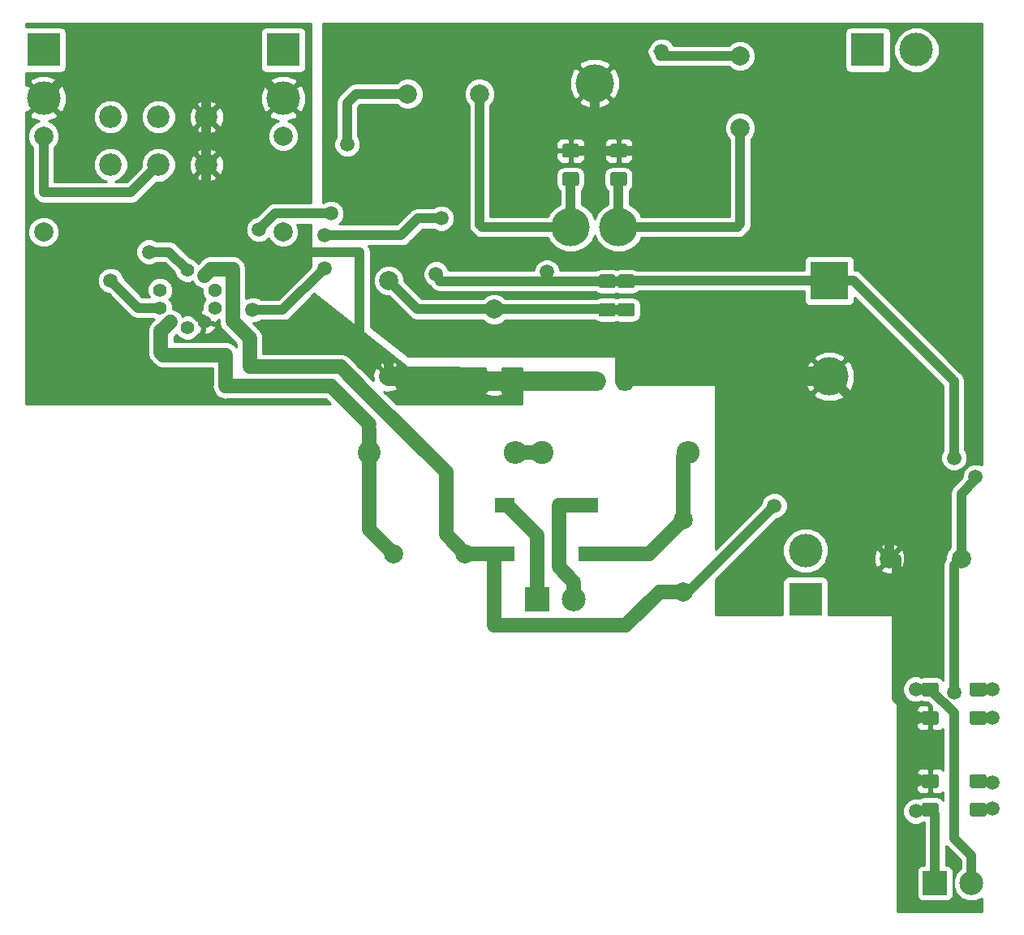
<source format=gbl>
G04 #@! TF.GenerationSoftware,KiCad,Pcbnew,5.0.2-bee76a0~70~ubuntu18.04.1*
G04 #@! TF.CreationDate,2020-01-07T12:16:07+05:00*
G04 #@! TF.ProjectId,headamp,68656164-616d-4702-9e6b-696361645f70,rev?*
G04 #@! TF.SameCoordinates,Original*
G04 #@! TF.FileFunction,Copper,L2,Bot*
G04 #@! TF.FilePolarity,Positive*
%FSLAX46Y46*%
G04 Gerber Fmt 4.6, Leading zero omitted, Abs format (unit mm)*
G04 Created by KiCad (PCBNEW 5.0.2-bee76a0~70~ubuntu18.04.1) date Вт 07 янв 2020 12:16:07*
%MOMM*%
%LPD*%
G01*
G04 APERTURE LIST*
G04 #@! TA.AperFunction,ComponentPad*
%ADD10C,2.340000*%
G04 #@! TD*
G04 #@! TA.AperFunction,ComponentPad*
%ADD11C,4.000000*%
G04 #@! TD*
G04 #@! TA.AperFunction,Conductor*
%ADD12C,0.100000*%
G04 #@! TD*
G04 #@! TA.AperFunction,SMDPad,CuDef*
%ADD13C,1.425000*%
G04 #@! TD*
G04 #@! TA.AperFunction,ComponentPad*
%ADD14C,2.000000*%
G04 #@! TD*
G04 #@! TA.AperFunction,ComponentPad*
%ADD15R,4.000000X4.000000*%
G04 #@! TD*
G04 #@! TA.AperFunction,SMDPad,CuDef*
%ADD16R,2.000000X1.500000*%
G04 #@! TD*
G04 #@! TA.AperFunction,ComponentPad*
%ADD17C,3.500120*%
G04 #@! TD*
G04 #@! TA.AperFunction,ComponentPad*
%ADD18R,3.500120X3.500120*%
G04 #@! TD*
G04 #@! TA.AperFunction,ComponentPad*
%ADD19O,2.400000X2.400000*%
G04 #@! TD*
G04 #@! TA.AperFunction,ComponentPad*
%ADD20C,2.400000*%
G04 #@! TD*
G04 #@! TA.AperFunction,ComponentPad*
%ADD21C,1.400000*%
G04 #@! TD*
G04 #@! TA.AperFunction,ComponentPad*
%ADD22C,1.430000*%
G04 #@! TD*
G04 #@! TA.AperFunction,ComponentPad*
%ADD23C,2.499360*%
G04 #@! TD*
G04 #@! TA.AperFunction,ComponentPad*
%ADD24R,2.499360X2.499360*%
G04 #@! TD*
G04 #@! TA.AperFunction,ViaPad*
%ADD25C,1.500000*%
G04 #@! TD*
G04 #@! TA.AperFunction,ViaPad*
%ADD26C,2.000000*%
G04 #@! TD*
G04 #@! TA.AperFunction,Conductor*
%ADD27C,0.500000*%
G04 #@! TD*
G04 #@! TA.AperFunction,Conductor*
%ADD28C,1.000000*%
G04 #@! TD*
G04 #@! TA.AperFunction,Conductor*
%ADD29C,2.000000*%
G04 #@! TD*
G04 #@! TA.AperFunction,Conductor*
%ADD30C,1.500000*%
G04 #@! TD*
G04 #@! TA.AperFunction,Conductor*
%ADD31C,0.254000*%
G04 #@! TD*
G04 APERTURE END LIST*
D10*
G04 #@! TO.P,RV1,4*
G04 #@! TO.N,GND*
X-309000000Y224000000D03*
G04 #@! TO.P,RV1,5*
G04 #@! TO.N,Net-(C10-Pad1)*
X-314000000Y224000000D03*
G04 #@! TO.P,RV1,6*
G04 #@! TO.N,Net-(R5-Pad1)*
X-319000000Y224000000D03*
G04 #@! TO.P,RV1,1*
G04 #@! TO.N,GND*
X-309000000Y229000000D03*
G04 #@! TO.P,RV1,2*
G04 #@! TO.N,Net-(C9-Pad1)*
X-314000000Y229000000D03*
G04 #@! TO.P,RV1,3*
G04 #@! TO.N,Net-(R4-Pad1)*
X-319000000Y229000000D03*
G04 #@! TD*
D11*
G04 #@! TO.P,XS5,3*
G04 #@! TO.N,Net-(C16-Pad2)*
X-266000000Y217500000D03*
G04 #@! TO.P,XS5,2*
G04 #@! TO.N,Net-(C15-Pad2)*
X-271000000Y217500000D03*
G04 #@! TO.P,XS5,1*
G04 #@! TO.N,GNDPWR*
X-268500000Y232500000D03*
G04 #@! TD*
D12*
G04 #@! TO.N,GNDPWR*
G04 #@! TO.C,C1*
G36*
X-232837192Y160363006D02*
X-232812923Y160359406D01*
X-232789125Y160353445D01*
X-232766025Y160345180D01*
X-232743847Y160334690D01*
X-232722803Y160322077D01*
X-232703098Y160307463D01*
X-232684919Y160290987D01*
X-232668443Y160272808D01*
X-232653829Y160253103D01*
X-232641216Y160232059D01*
X-232630726Y160209881D01*
X-232622461Y160186781D01*
X-232616500Y160162983D01*
X-232612900Y160138714D01*
X-232611696Y160114210D01*
X-232611696Y159189210D01*
X-232612900Y159164706D01*
X-232616500Y159140437D01*
X-232622461Y159116639D01*
X-232630726Y159093539D01*
X-232641216Y159071361D01*
X-232653829Y159050317D01*
X-232668443Y159030612D01*
X-232684919Y159012433D01*
X-232703098Y158995957D01*
X-232722803Y158981343D01*
X-232743847Y158968730D01*
X-232766025Y158958240D01*
X-232789125Y158949975D01*
X-232812923Y158944014D01*
X-232837192Y158940414D01*
X-232861696Y158939210D01*
X-234111696Y158939210D01*
X-234136200Y158940414D01*
X-234160469Y158944014D01*
X-234184267Y158949975D01*
X-234207367Y158958240D01*
X-234229545Y158968730D01*
X-234250589Y158981343D01*
X-234270294Y158995957D01*
X-234288473Y159012433D01*
X-234304949Y159030612D01*
X-234319563Y159050317D01*
X-234332176Y159071361D01*
X-234342666Y159093539D01*
X-234350931Y159116639D01*
X-234356892Y159140437D01*
X-234360492Y159164706D01*
X-234361696Y159189210D01*
X-234361696Y160114210D01*
X-234360492Y160138714D01*
X-234356892Y160162983D01*
X-234350931Y160186781D01*
X-234342666Y160209881D01*
X-234332176Y160232059D01*
X-234319563Y160253103D01*
X-234304949Y160272808D01*
X-234288473Y160290987D01*
X-234270294Y160307463D01*
X-234250589Y160322077D01*
X-234229545Y160334690D01*
X-234207367Y160345180D01*
X-234184267Y160353445D01*
X-234160469Y160359406D01*
X-234136200Y160363006D01*
X-234111696Y160364210D01*
X-232861696Y160364210D01*
X-232837192Y160363006D01*
X-232837192Y160363006D01*
G37*
D13*
G04 #@! TD*
G04 #@! TO.P,C1,2*
G04 #@! TO.N,GNDPWR*
X-233486696Y159651710D03*
D12*
G04 #@! TO.N,Net-(C1-Pad1)*
G04 #@! TO.C,C1*
G36*
X-232837192Y157388006D02*
X-232812923Y157384406D01*
X-232789125Y157378445D01*
X-232766025Y157370180D01*
X-232743847Y157359690D01*
X-232722803Y157347077D01*
X-232703098Y157332463D01*
X-232684919Y157315987D01*
X-232668443Y157297808D01*
X-232653829Y157278103D01*
X-232641216Y157257059D01*
X-232630726Y157234881D01*
X-232622461Y157211781D01*
X-232616500Y157187983D01*
X-232612900Y157163714D01*
X-232611696Y157139210D01*
X-232611696Y156214210D01*
X-232612900Y156189706D01*
X-232616500Y156165437D01*
X-232622461Y156141639D01*
X-232630726Y156118539D01*
X-232641216Y156096361D01*
X-232653829Y156075317D01*
X-232668443Y156055612D01*
X-232684919Y156037433D01*
X-232703098Y156020957D01*
X-232722803Y156006343D01*
X-232743847Y155993730D01*
X-232766025Y155983240D01*
X-232789125Y155974975D01*
X-232812923Y155969014D01*
X-232837192Y155965414D01*
X-232861696Y155964210D01*
X-234111696Y155964210D01*
X-234136200Y155965414D01*
X-234160469Y155969014D01*
X-234184267Y155974975D01*
X-234207367Y155983240D01*
X-234229545Y155993730D01*
X-234250589Y156006343D01*
X-234270294Y156020957D01*
X-234288473Y156037433D01*
X-234304949Y156055612D01*
X-234319563Y156075317D01*
X-234332176Y156096361D01*
X-234342666Y156118539D01*
X-234350931Y156141639D01*
X-234356892Y156165437D01*
X-234360492Y156189706D01*
X-234361696Y156214210D01*
X-234361696Y157139210D01*
X-234360492Y157163714D01*
X-234356892Y157187983D01*
X-234350931Y157211781D01*
X-234342666Y157234881D01*
X-234332176Y157257059D01*
X-234319563Y157278103D01*
X-234304949Y157297808D01*
X-234288473Y157315987D01*
X-234270294Y157332463D01*
X-234250589Y157347077D01*
X-234229545Y157359690D01*
X-234207367Y157370180D01*
X-234184267Y157378445D01*
X-234160469Y157384406D01*
X-234136200Y157388006D01*
X-234111696Y157389210D01*
X-232861696Y157389210D01*
X-232837192Y157388006D01*
X-232837192Y157388006D01*
G37*
D13*
G04 #@! TD*
G04 #@! TO.P,C1,1*
G04 #@! TO.N,Net-(C1-Pad1)*
X-233486696Y156676710D03*
D12*
G04 #@! TO.N,Net-(C2-Pad2)*
G04 #@! TO.C,C2*
G36*
X-232837192Y169940506D02*
X-232812923Y169936906D01*
X-232789125Y169930945D01*
X-232766025Y169922680D01*
X-232743847Y169912190D01*
X-232722803Y169899577D01*
X-232703098Y169884963D01*
X-232684919Y169868487D01*
X-232668443Y169850308D01*
X-232653829Y169830603D01*
X-232641216Y169809559D01*
X-232630726Y169787381D01*
X-232622461Y169764281D01*
X-232616500Y169740483D01*
X-232612900Y169716214D01*
X-232611696Y169691710D01*
X-232611696Y168766710D01*
X-232612900Y168742206D01*
X-232616500Y168717937D01*
X-232622461Y168694139D01*
X-232630726Y168671039D01*
X-232641216Y168648861D01*
X-232653829Y168627817D01*
X-232668443Y168608112D01*
X-232684919Y168589933D01*
X-232703098Y168573457D01*
X-232722803Y168558843D01*
X-232743847Y168546230D01*
X-232766025Y168535740D01*
X-232789125Y168527475D01*
X-232812923Y168521514D01*
X-232837192Y168517914D01*
X-232861696Y168516710D01*
X-234111696Y168516710D01*
X-234136200Y168517914D01*
X-234160469Y168521514D01*
X-234184267Y168527475D01*
X-234207367Y168535740D01*
X-234229545Y168546230D01*
X-234250589Y168558843D01*
X-234270294Y168573457D01*
X-234288473Y168589933D01*
X-234304949Y168608112D01*
X-234319563Y168627817D01*
X-234332176Y168648861D01*
X-234342666Y168671039D01*
X-234350931Y168694139D01*
X-234356892Y168717937D01*
X-234360492Y168742206D01*
X-234361696Y168766710D01*
X-234361696Y169691710D01*
X-234360492Y169716214D01*
X-234356892Y169740483D01*
X-234350931Y169764281D01*
X-234342666Y169787381D01*
X-234332176Y169809559D01*
X-234319563Y169830603D01*
X-234304949Y169850308D01*
X-234288473Y169868487D01*
X-234270294Y169884963D01*
X-234250589Y169899577D01*
X-234229545Y169912190D01*
X-234207367Y169922680D01*
X-234184267Y169930945D01*
X-234160469Y169936906D01*
X-234136200Y169940506D01*
X-234111696Y169941710D01*
X-232861696Y169941710D01*
X-232837192Y169940506D01*
X-232837192Y169940506D01*
G37*
D13*
G04 #@! TD*
G04 #@! TO.P,C2,2*
G04 #@! TO.N,Net-(C2-Pad2)*
X-233486696Y169229210D03*
D12*
G04 #@! TO.N,GNDPWR*
G04 #@! TO.C,C2*
G36*
X-232837192Y166965506D02*
X-232812923Y166961906D01*
X-232789125Y166955945D01*
X-232766025Y166947680D01*
X-232743847Y166937190D01*
X-232722803Y166924577D01*
X-232703098Y166909963D01*
X-232684919Y166893487D01*
X-232668443Y166875308D01*
X-232653829Y166855603D01*
X-232641216Y166834559D01*
X-232630726Y166812381D01*
X-232622461Y166789281D01*
X-232616500Y166765483D01*
X-232612900Y166741214D01*
X-232611696Y166716710D01*
X-232611696Y165791710D01*
X-232612900Y165767206D01*
X-232616500Y165742937D01*
X-232622461Y165719139D01*
X-232630726Y165696039D01*
X-232641216Y165673861D01*
X-232653829Y165652817D01*
X-232668443Y165633112D01*
X-232684919Y165614933D01*
X-232703098Y165598457D01*
X-232722803Y165583843D01*
X-232743847Y165571230D01*
X-232766025Y165560740D01*
X-232789125Y165552475D01*
X-232812923Y165546514D01*
X-232837192Y165542914D01*
X-232861696Y165541710D01*
X-234111696Y165541710D01*
X-234136200Y165542914D01*
X-234160469Y165546514D01*
X-234184267Y165552475D01*
X-234207367Y165560740D01*
X-234229545Y165571230D01*
X-234250589Y165583843D01*
X-234270294Y165598457D01*
X-234288473Y165614933D01*
X-234304949Y165633112D01*
X-234319563Y165652817D01*
X-234332176Y165673861D01*
X-234342666Y165696039D01*
X-234350931Y165719139D01*
X-234356892Y165742937D01*
X-234360492Y165767206D01*
X-234361696Y165791710D01*
X-234361696Y166716710D01*
X-234360492Y166741214D01*
X-234356892Y166765483D01*
X-234350931Y166789281D01*
X-234342666Y166812381D01*
X-234332176Y166834559D01*
X-234319563Y166855603D01*
X-234304949Y166875308D01*
X-234288473Y166893487D01*
X-234270294Y166909963D01*
X-234250589Y166924577D01*
X-234229545Y166937190D01*
X-234207367Y166947680D01*
X-234184267Y166955945D01*
X-234160469Y166961906D01*
X-234136200Y166965506D01*
X-234111696Y166966710D01*
X-232861696Y166966710D01*
X-232837192Y166965506D01*
X-232837192Y166965506D01*
G37*
D13*
G04 #@! TD*
G04 #@! TO.P,C2,1*
G04 #@! TO.N,GNDPWR*
X-233486696Y166254210D03*
D12*
G04 #@! TO.N,Net-(C3-Pad2)*
G04 #@! TO.C,C3*
G36*
X-227837192Y160363006D02*
X-227812923Y160359406D01*
X-227789125Y160353445D01*
X-227766025Y160345180D01*
X-227743847Y160334690D01*
X-227722803Y160322077D01*
X-227703098Y160307463D01*
X-227684919Y160290987D01*
X-227668443Y160272808D01*
X-227653829Y160253103D01*
X-227641216Y160232059D01*
X-227630726Y160209881D01*
X-227622461Y160186781D01*
X-227616500Y160162983D01*
X-227612900Y160138714D01*
X-227611696Y160114210D01*
X-227611696Y159189210D01*
X-227612900Y159164706D01*
X-227616500Y159140437D01*
X-227622461Y159116639D01*
X-227630726Y159093539D01*
X-227641216Y159071361D01*
X-227653829Y159050317D01*
X-227668443Y159030612D01*
X-227684919Y159012433D01*
X-227703098Y158995957D01*
X-227722803Y158981343D01*
X-227743847Y158968730D01*
X-227766025Y158958240D01*
X-227789125Y158949975D01*
X-227812923Y158944014D01*
X-227837192Y158940414D01*
X-227861696Y158939210D01*
X-229111696Y158939210D01*
X-229136200Y158940414D01*
X-229160469Y158944014D01*
X-229184267Y158949975D01*
X-229207367Y158958240D01*
X-229229545Y158968730D01*
X-229250589Y158981343D01*
X-229270294Y158995957D01*
X-229288473Y159012433D01*
X-229304949Y159030612D01*
X-229319563Y159050317D01*
X-229332176Y159071361D01*
X-229342666Y159093539D01*
X-229350931Y159116639D01*
X-229356892Y159140437D01*
X-229360492Y159164706D01*
X-229361696Y159189210D01*
X-229361696Y160114210D01*
X-229360492Y160138714D01*
X-229356892Y160162983D01*
X-229350931Y160186781D01*
X-229342666Y160209881D01*
X-229332176Y160232059D01*
X-229319563Y160253103D01*
X-229304949Y160272808D01*
X-229288473Y160290987D01*
X-229270294Y160307463D01*
X-229250589Y160322077D01*
X-229229545Y160334690D01*
X-229207367Y160345180D01*
X-229184267Y160353445D01*
X-229160469Y160359406D01*
X-229136200Y160363006D01*
X-229111696Y160364210D01*
X-227861696Y160364210D01*
X-227837192Y160363006D01*
X-227837192Y160363006D01*
G37*
D13*
G04 #@! TD*
G04 #@! TO.P,C3,2*
G04 #@! TO.N,Net-(C3-Pad2)*
X-228486696Y159651710D03*
D12*
G04 #@! TO.N,Net-(C1-Pad1)*
G04 #@! TO.C,C3*
G36*
X-227837192Y157388006D02*
X-227812923Y157384406D01*
X-227789125Y157378445D01*
X-227766025Y157370180D01*
X-227743847Y157359690D01*
X-227722803Y157347077D01*
X-227703098Y157332463D01*
X-227684919Y157315987D01*
X-227668443Y157297808D01*
X-227653829Y157278103D01*
X-227641216Y157257059D01*
X-227630726Y157234881D01*
X-227622461Y157211781D01*
X-227616500Y157187983D01*
X-227612900Y157163714D01*
X-227611696Y157139210D01*
X-227611696Y156214210D01*
X-227612900Y156189706D01*
X-227616500Y156165437D01*
X-227622461Y156141639D01*
X-227630726Y156118539D01*
X-227641216Y156096361D01*
X-227653829Y156075317D01*
X-227668443Y156055612D01*
X-227684919Y156037433D01*
X-227703098Y156020957D01*
X-227722803Y156006343D01*
X-227743847Y155993730D01*
X-227766025Y155983240D01*
X-227789125Y155974975D01*
X-227812923Y155969014D01*
X-227837192Y155965414D01*
X-227861696Y155964210D01*
X-229111696Y155964210D01*
X-229136200Y155965414D01*
X-229160469Y155969014D01*
X-229184267Y155974975D01*
X-229207367Y155983240D01*
X-229229545Y155993730D01*
X-229250589Y156006343D01*
X-229270294Y156020957D01*
X-229288473Y156037433D01*
X-229304949Y156055612D01*
X-229319563Y156075317D01*
X-229332176Y156096361D01*
X-229342666Y156118539D01*
X-229350931Y156141639D01*
X-229356892Y156165437D01*
X-229360492Y156189706D01*
X-229361696Y156214210D01*
X-229361696Y157139210D01*
X-229360492Y157163714D01*
X-229356892Y157187983D01*
X-229350931Y157211781D01*
X-229342666Y157234881D01*
X-229332176Y157257059D01*
X-229319563Y157278103D01*
X-229304949Y157297808D01*
X-229288473Y157315987D01*
X-229270294Y157332463D01*
X-229250589Y157347077D01*
X-229229545Y157359690D01*
X-229207367Y157370180D01*
X-229184267Y157378445D01*
X-229160469Y157384406D01*
X-229136200Y157388006D01*
X-229111696Y157389210D01*
X-227861696Y157389210D01*
X-227837192Y157388006D01*
X-227837192Y157388006D01*
G37*
D13*
G04 #@! TD*
G04 #@! TO.P,C3,1*
G04 #@! TO.N,Net-(C1-Pad1)*
X-228486696Y156676710D03*
D12*
G04 #@! TO.N,Net-(C2-Pad2)*
G04 #@! TO.C,C4*
G36*
X-227837192Y169940506D02*
X-227812923Y169936906D01*
X-227789125Y169930945D01*
X-227766025Y169922680D01*
X-227743847Y169912190D01*
X-227722803Y169899577D01*
X-227703098Y169884963D01*
X-227684919Y169868487D01*
X-227668443Y169850308D01*
X-227653829Y169830603D01*
X-227641216Y169809559D01*
X-227630726Y169787381D01*
X-227622461Y169764281D01*
X-227616500Y169740483D01*
X-227612900Y169716214D01*
X-227611696Y169691710D01*
X-227611696Y168766710D01*
X-227612900Y168742206D01*
X-227616500Y168717937D01*
X-227622461Y168694139D01*
X-227630726Y168671039D01*
X-227641216Y168648861D01*
X-227653829Y168627817D01*
X-227668443Y168608112D01*
X-227684919Y168589933D01*
X-227703098Y168573457D01*
X-227722803Y168558843D01*
X-227743847Y168546230D01*
X-227766025Y168535740D01*
X-227789125Y168527475D01*
X-227812923Y168521514D01*
X-227837192Y168517914D01*
X-227861696Y168516710D01*
X-229111696Y168516710D01*
X-229136200Y168517914D01*
X-229160469Y168521514D01*
X-229184267Y168527475D01*
X-229207367Y168535740D01*
X-229229545Y168546230D01*
X-229250589Y168558843D01*
X-229270294Y168573457D01*
X-229288473Y168589933D01*
X-229304949Y168608112D01*
X-229319563Y168627817D01*
X-229332176Y168648861D01*
X-229342666Y168671039D01*
X-229350931Y168694139D01*
X-229356892Y168717937D01*
X-229360492Y168742206D01*
X-229361696Y168766710D01*
X-229361696Y169691710D01*
X-229360492Y169716214D01*
X-229356892Y169740483D01*
X-229350931Y169764281D01*
X-229342666Y169787381D01*
X-229332176Y169809559D01*
X-229319563Y169830603D01*
X-229304949Y169850308D01*
X-229288473Y169868487D01*
X-229270294Y169884963D01*
X-229250589Y169899577D01*
X-229229545Y169912190D01*
X-229207367Y169922680D01*
X-229184267Y169930945D01*
X-229160469Y169936906D01*
X-229136200Y169940506D01*
X-229111696Y169941710D01*
X-227861696Y169941710D01*
X-227837192Y169940506D01*
X-227837192Y169940506D01*
G37*
D13*
G04 #@! TD*
G04 #@! TO.P,C4,2*
G04 #@! TO.N,Net-(C2-Pad2)*
X-228486696Y169229210D03*
D12*
G04 #@! TO.N,Net-(C3-Pad2)*
G04 #@! TO.C,C4*
G36*
X-227837192Y166965506D02*
X-227812923Y166961906D01*
X-227789125Y166955945D01*
X-227766025Y166947680D01*
X-227743847Y166937190D01*
X-227722803Y166924577D01*
X-227703098Y166909963D01*
X-227684919Y166893487D01*
X-227668443Y166875308D01*
X-227653829Y166855603D01*
X-227641216Y166834559D01*
X-227630726Y166812381D01*
X-227622461Y166789281D01*
X-227616500Y166765483D01*
X-227612900Y166741214D01*
X-227611696Y166716710D01*
X-227611696Y165791710D01*
X-227612900Y165767206D01*
X-227616500Y165742937D01*
X-227622461Y165719139D01*
X-227630726Y165696039D01*
X-227641216Y165673861D01*
X-227653829Y165652817D01*
X-227668443Y165633112D01*
X-227684919Y165614933D01*
X-227703098Y165598457D01*
X-227722803Y165583843D01*
X-227743847Y165571230D01*
X-227766025Y165560740D01*
X-227789125Y165552475D01*
X-227812923Y165546514D01*
X-227837192Y165542914D01*
X-227861696Y165541710D01*
X-229111696Y165541710D01*
X-229136200Y165542914D01*
X-229160469Y165546514D01*
X-229184267Y165552475D01*
X-229207367Y165560740D01*
X-229229545Y165571230D01*
X-229250589Y165583843D01*
X-229270294Y165598457D01*
X-229288473Y165614933D01*
X-229304949Y165633112D01*
X-229319563Y165652817D01*
X-229332176Y165673861D01*
X-229342666Y165696039D01*
X-229350931Y165719139D01*
X-229356892Y165742937D01*
X-229360492Y165767206D01*
X-229361696Y165791710D01*
X-229361696Y166716710D01*
X-229360492Y166741214D01*
X-229356892Y166765483D01*
X-229350931Y166789281D01*
X-229342666Y166812381D01*
X-229332176Y166834559D01*
X-229319563Y166855603D01*
X-229304949Y166875308D01*
X-229288473Y166893487D01*
X-229270294Y166909963D01*
X-229250589Y166924577D01*
X-229229545Y166937190D01*
X-229207367Y166947680D01*
X-229184267Y166955945D01*
X-229160469Y166961906D01*
X-229136200Y166965506D01*
X-229111696Y166966710D01*
X-227861696Y166966710D01*
X-227837192Y166965506D01*
X-227837192Y166965506D01*
G37*
D13*
G04 #@! TD*
G04 #@! TO.P,C4,1*
G04 #@! TO.N,Net-(C3-Pad2)*
X-228486696Y166254210D03*
D14*
G04 #@! TO.P,C5,2*
G04 #@! TO.N,-6.3*
X-259250000Y179410000D03*
G04 #@! TO.P,C5,1*
G04 #@! TO.N,+6.3_no_filtr*
X-259250000Y186910000D03*
G04 #@! TD*
G04 #@! TO.P,C6,2*
G04 #@! TO.N,GNDPWR*
X-237750000Y182910000D03*
G04 #@! TO.P,C6,1*
G04 #@! TO.N,Net-(C3-Pad2)*
X-230250000Y182910000D03*
G04 #@! TD*
D11*
G04 #@! TO.P,C7,2*
G04 #@! TO.N,GNDPWR*
X-244000000Y201910000D03*
D15*
G04 #@! TO.P,C7,1*
G04 #@! TO.N,PWR_2*
X-244000000Y211910000D03*
G04 #@! TD*
D14*
G04 #@! TO.P,C8,2*
G04 #@! TO.N,-6.3*
X-282000000Y183410000D03*
G04 #@! TO.P,C8,1*
G04 #@! TO.N,+6.3*
X-289500000Y183410000D03*
G04 #@! TD*
G04 #@! TO.P,C9,2*
G04 #@! TO.N,Net-(C9-Pad2)*
X-301000000Y217000000D03*
G04 #@! TO.P,C9,1*
G04 #@! TO.N,Net-(C9-Pad1)*
X-301000000Y227000000D03*
G04 #@! TD*
G04 #@! TO.P,C10,2*
G04 #@! TO.N,Net-(C10-Pad2)*
X-326000000Y217000000D03*
G04 #@! TO.P,C10,1*
G04 #@! TO.N,Net-(C10-Pad1)*
X-326000000Y227000000D03*
G04 #@! TD*
G04 #@! TO.P,C11,2*
G04 #@! TO.N,GND*
X-279000000Y201410000D03*
G04 #@! TO.P,C11,1*
G04 #@! TO.N,PWR_1*
X-279000000Y208910000D03*
G04 #@! TD*
G04 #@! TO.P,C12,2*
G04 #@! TO.N,GND*
X-290000000Y201910000D03*
G04 #@! TO.P,C12,1*
G04 #@! TO.N,PWR_1*
X-290000000Y211910000D03*
G04 #@! TD*
G04 #@! TO.P,C15,2*
G04 #@! TO.N,Net-(C15-Pad2)*
X-280500000Y231410000D03*
G04 #@! TO.P,C15,1*
G04 #@! TO.N,Net-(C15-Pad1)*
X-288000000Y231410000D03*
G04 #@! TD*
G04 #@! TO.P,C16,2*
G04 #@! TO.N,Net-(C16-Pad2)*
X-253320000Y227860000D03*
G04 #@! TO.P,C16,1*
G04 #@! TO.N,Net-(C16-Pad1)*
X-253320000Y235360000D03*
G04 #@! TD*
D16*
G04 #@! TO.P,D1,4*
G04 #@! TO.N,+6.3_no_filtr*
X-269130000Y183360000D03*
G04 #@! TO.P,D1,3*
G04 #@! TO.N,Net-(D1-Pad3)*
X-269130000Y188460000D03*
G04 #@! TO.P,D1,2*
G04 #@! TO.N,Net-(D1-Pad2)*
X-277870000Y188460000D03*
G04 #@! TO.P,D1,1*
G04 #@! TO.N,-6.3*
X-277870000Y183360000D03*
G04 #@! TD*
D17*
G04 #@! TO.P,D6,2*
G04 #@! TO.N,-6.3*
X-234920000Y236000000D03*
D18*
G04 #@! TO.P,D6,1*
G04 #@! TO.N,Net-(D6-Pad1)*
X-240000000Y236000000D03*
G04 #@! TD*
D17*
G04 #@! TO.P,L1,2*
G04 #@! TO.N,PWR_2*
X-246500000Y183740000D03*
D18*
G04 #@! TO.P,L1,1*
G04 #@! TO.N,Net-(C3-Pad2)*
X-246500000Y178660000D03*
G04 #@! TD*
D19*
G04 #@! TO.P,R1,2*
G04 #@! TO.N,+6.3_no_filtr*
X-258760000Y194000000D03*
D20*
G04 #@! TO.P,R1,1*
G04 #@! TO.N,Net-(R1-Pad1)*
X-274000000Y194000000D03*
G04 #@! TD*
D19*
G04 #@! TO.P,R2,2*
G04 #@! TO.N,Net-(R1-Pad1)*
X-276760000Y194000000D03*
D20*
G04 #@! TO.P,R2,1*
G04 #@! TO.N,+6.3*
X-292000000Y194000000D03*
G04 #@! TD*
D12*
G04 #@! TO.N,PWR_2*
G04 #@! TO.C,R6*
G36*
X-266555736Y212549052D02*
X-266531467Y212545452D01*
X-266507669Y212539491D01*
X-266484569Y212531226D01*
X-266462391Y212520736D01*
X-266441347Y212508123D01*
X-266421642Y212493509D01*
X-266403463Y212477033D01*
X-266386987Y212458854D01*
X-266372373Y212439149D01*
X-266359760Y212418105D01*
X-266349270Y212395927D01*
X-266341005Y212372827D01*
X-266335044Y212349029D01*
X-266331444Y212324760D01*
X-266330240Y212300256D01*
X-266330240Y211375256D01*
X-266331444Y211350752D01*
X-266335044Y211326483D01*
X-266341005Y211302685D01*
X-266349270Y211279585D01*
X-266359760Y211257407D01*
X-266372373Y211236363D01*
X-266386987Y211216658D01*
X-266403463Y211198479D01*
X-266421642Y211182003D01*
X-266441347Y211167389D01*
X-266462391Y211154776D01*
X-266484569Y211144286D01*
X-266507669Y211136021D01*
X-266531467Y211130060D01*
X-266555736Y211126460D01*
X-266580240Y211125256D01*
X-267830240Y211125256D01*
X-267854744Y211126460D01*
X-267879013Y211130060D01*
X-267902811Y211136021D01*
X-267925911Y211144286D01*
X-267948089Y211154776D01*
X-267969133Y211167389D01*
X-267988838Y211182003D01*
X-268007017Y211198479D01*
X-268023493Y211216658D01*
X-268038107Y211236363D01*
X-268050720Y211257407D01*
X-268061210Y211279585D01*
X-268069475Y211302685D01*
X-268075436Y211326483D01*
X-268079036Y211350752D01*
X-268080240Y211375256D01*
X-268080240Y212300256D01*
X-268079036Y212324760D01*
X-268075436Y212349029D01*
X-268069475Y212372827D01*
X-268061210Y212395927D01*
X-268050720Y212418105D01*
X-268038107Y212439149D01*
X-268023493Y212458854D01*
X-268007017Y212477033D01*
X-267988838Y212493509D01*
X-267969133Y212508123D01*
X-267948089Y212520736D01*
X-267925911Y212531226D01*
X-267902811Y212539491D01*
X-267879013Y212545452D01*
X-267854744Y212549052D01*
X-267830240Y212550256D01*
X-266580240Y212550256D01*
X-266555736Y212549052D01*
X-266555736Y212549052D01*
G37*
D13*
G04 #@! TD*
G04 #@! TO.P,R6,2*
G04 #@! TO.N,PWR_2*
X-267205240Y211837756D03*
D12*
G04 #@! TO.N,PWR_1*
G04 #@! TO.C,R6*
G36*
X-266555736Y209574052D02*
X-266531467Y209570452D01*
X-266507669Y209564491D01*
X-266484569Y209556226D01*
X-266462391Y209545736D01*
X-266441347Y209533123D01*
X-266421642Y209518509D01*
X-266403463Y209502033D01*
X-266386987Y209483854D01*
X-266372373Y209464149D01*
X-266359760Y209443105D01*
X-266349270Y209420927D01*
X-266341005Y209397827D01*
X-266335044Y209374029D01*
X-266331444Y209349760D01*
X-266330240Y209325256D01*
X-266330240Y208400256D01*
X-266331444Y208375752D01*
X-266335044Y208351483D01*
X-266341005Y208327685D01*
X-266349270Y208304585D01*
X-266359760Y208282407D01*
X-266372373Y208261363D01*
X-266386987Y208241658D01*
X-266403463Y208223479D01*
X-266421642Y208207003D01*
X-266441347Y208192389D01*
X-266462391Y208179776D01*
X-266484569Y208169286D01*
X-266507669Y208161021D01*
X-266531467Y208155060D01*
X-266555736Y208151460D01*
X-266580240Y208150256D01*
X-267830240Y208150256D01*
X-267854744Y208151460D01*
X-267879013Y208155060D01*
X-267902811Y208161021D01*
X-267925911Y208169286D01*
X-267948089Y208179776D01*
X-267969133Y208192389D01*
X-267988838Y208207003D01*
X-268007017Y208223479D01*
X-268023493Y208241658D01*
X-268038107Y208261363D01*
X-268050720Y208282407D01*
X-268061210Y208304585D01*
X-268069475Y208327685D01*
X-268075436Y208351483D01*
X-268079036Y208375752D01*
X-268080240Y208400256D01*
X-268080240Y209325256D01*
X-268079036Y209349760D01*
X-268075436Y209374029D01*
X-268069475Y209397827D01*
X-268061210Y209420927D01*
X-268050720Y209443105D01*
X-268038107Y209464149D01*
X-268023493Y209483854D01*
X-268007017Y209502033D01*
X-267988838Y209518509D01*
X-267969133Y209533123D01*
X-267948089Y209545736D01*
X-267925911Y209556226D01*
X-267902811Y209564491D01*
X-267879013Y209570452D01*
X-267854744Y209574052D01*
X-267830240Y209575256D01*
X-266580240Y209575256D01*
X-266555736Y209574052D01*
X-266555736Y209574052D01*
G37*
D13*
G04 #@! TD*
G04 #@! TO.P,R6,1*
G04 #@! TO.N,PWR_1*
X-267205240Y208862756D03*
D12*
G04 #@! TO.N,PWR_2*
G04 #@! TO.C,R7*
G36*
X-264555736Y212549052D02*
X-264531467Y212545452D01*
X-264507669Y212539491D01*
X-264484569Y212531226D01*
X-264462391Y212520736D01*
X-264441347Y212508123D01*
X-264421642Y212493509D01*
X-264403463Y212477033D01*
X-264386987Y212458854D01*
X-264372373Y212439149D01*
X-264359760Y212418105D01*
X-264349270Y212395927D01*
X-264341005Y212372827D01*
X-264335044Y212349029D01*
X-264331444Y212324760D01*
X-264330240Y212300256D01*
X-264330240Y211375256D01*
X-264331444Y211350752D01*
X-264335044Y211326483D01*
X-264341005Y211302685D01*
X-264349270Y211279585D01*
X-264359760Y211257407D01*
X-264372373Y211236363D01*
X-264386987Y211216658D01*
X-264403463Y211198479D01*
X-264421642Y211182003D01*
X-264441347Y211167389D01*
X-264462391Y211154776D01*
X-264484569Y211144286D01*
X-264507669Y211136021D01*
X-264531467Y211130060D01*
X-264555736Y211126460D01*
X-264580240Y211125256D01*
X-265830240Y211125256D01*
X-265854744Y211126460D01*
X-265879013Y211130060D01*
X-265902811Y211136021D01*
X-265925911Y211144286D01*
X-265948089Y211154776D01*
X-265969133Y211167389D01*
X-265988838Y211182003D01*
X-266007017Y211198479D01*
X-266023493Y211216658D01*
X-266038107Y211236363D01*
X-266050720Y211257407D01*
X-266061210Y211279585D01*
X-266069475Y211302685D01*
X-266075436Y211326483D01*
X-266079036Y211350752D01*
X-266080240Y211375256D01*
X-266080240Y212300256D01*
X-266079036Y212324760D01*
X-266075436Y212349029D01*
X-266069475Y212372827D01*
X-266061210Y212395927D01*
X-266050720Y212418105D01*
X-266038107Y212439149D01*
X-266023493Y212458854D01*
X-266007017Y212477033D01*
X-265988838Y212493509D01*
X-265969133Y212508123D01*
X-265948089Y212520736D01*
X-265925911Y212531226D01*
X-265902811Y212539491D01*
X-265879013Y212545452D01*
X-265854744Y212549052D01*
X-265830240Y212550256D01*
X-264580240Y212550256D01*
X-264555736Y212549052D01*
X-264555736Y212549052D01*
G37*
D13*
G04 #@! TD*
G04 #@! TO.P,R7,2*
G04 #@! TO.N,PWR_2*
X-265205240Y211837756D03*
D12*
G04 #@! TO.N,PWR_1*
G04 #@! TO.C,R7*
G36*
X-264555736Y209574052D02*
X-264531467Y209570452D01*
X-264507669Y209564491D01*
X-264484569Y209556226D01*
X-264462391Y209545736D01*
X-264441347Y209533123D01*
X-264421642Y209518509D01*
X-264403463Y209502033D01*
X-264386987Y209483854D01*
X-264372373Y209464149D01*
X-264359760Y209443105D01*
X-264349270Y209420927D01*
X-264341005Y209397827D01*
X-264335044Y209374029D01*
X-264331444Y209349760D01*
X-264330240Y209325256D01*
X-264330240Y208400256D01*
X-264331444Y208375752D01*
X-264335044Y208351483D01*
X-264341005Y208327685D01*
X-264349270Y208304585D01*
X-264359760Y208282407D01*
X-264372373Y208261363D01*
X-264386987Y208241658D01*
X-264403463Y208223479D01*
X-264421642Y208207003D01*
X-264441347Y208192389D01*
X-264462391Y208179776D01*
X-264484569Y208169286D01*
X-264507669Y208161021D01*
X-264531467Y208155060D01*
X-264555736Y208151460D01*
X-264580240Y208150256D01*
X-265830240Y208150256D01*
X-265854744Y208151460D01*
X-265879013Y208155060D01*
X-265902811Y208161021D01*
X-265925911Y208169286D01*
X-265948089Y208179776D01*
X-265969133Y208192389D01*
X-265988838Y208207003D01*
X-266007017Y208223479D01*
X-266023493Y208241658D01*
X-266038107Y208261363D01*
X-266050720Y208282407D01*
X-266061210Y208304585D01*
X-266069475Y208327685D01*
X-266075436Y208351483D01*
X-266079036Y208375752D01*
X-266080240Y208400256D01*
X-266080240Y209325256D01*
X-266079036Y209349760D01*
X-266075436Y209374029D01*
X-266069475Y209397827D01*
X-266061210Y209420927D01*
X-266050720Y209443105D01*
X-266038107Y209464149D01*
X-266023493Y209483854D01*
X-266007017Y209502033D01*
X-265988838Y209518509D01*
X-265969133Y209533123D01*
X-265948089Y209545736D01*
X-265925911Y209556226D01*
X-265902811Y209564491D01*
X-265879013Y209570452D01*
X-265854744Y209574052D01*
X-265830240Y209575256D01*
X-264580240Y209575256D01*
X-264555736Y209574052D01*
X-264555736Y209574052D01*
G37*
D13*
G04 #@! TD*
G04 #@! TO.P,R7,1*
G04 #@! TO.N,PWR_1*
X-265205240Y208862756D03*
D12*
G04 #@! TO.N,GNDPWR*
G04 #@! TO.C,R23*
G36*
X-264845496Y202243796D02*
X-264821227Y202240196D01*
X-264797429Y202234235D01*
X-264774329Y202225970D01*
X-264752151Y202215480D01*
X-264731107Y202202867D01*
X-264711402Y202188253D01*
X-264693223Y202171777D01*
X-264676747Y202153598D01*
X-264662133Y202133893D01*
X-264649520Y202112849D01*
X-264639030Y202090671D01*
X-264630765Y202067571D01*
X-264624804Y202043773D01*
X-264621204Y202019504D01*
X-264620000Y201995000D01*
X-264620000Y200745000D01*
X-264621204Y200720496D01*
X-264624804Y200696227D01*
X-264630765Y200672429D01*
X-264639030Y200649329D01*
X-264649520Y200627151D01*
X-264662133Y200606107D01*
X-264676747Y200586402D01*
X-264693223Y200568223D01*
X-264711402Y200551747D01*
X-264731107Y200537133D01*
X-264752151Y200524520D01*
X-264774329Y200514030D01*
X-264797429Y200505765D01*
X-264821227Y200499804D01*
X-264845496Y200496204D01*
X-264870000Y200495000D01*
X-265795000Y200495000D01*
X-265819504Y200496204D01*
X-265843773Y200499804D01*
X-265867571Y200505765D01*
X-265890671Y200514030D01*
X-265912849Y200524520D01*
X-265933893Y200537133D01*
X-265953598Y200551747D01*
X-265971777Y200568223D01*
X-265988253Y200586402D01*
X-266002867Y200606107D01*
X-266015480Y200627151D01*
X-266025970Y200649329D01*
X-266034235Y200672429D01*
X-266040196Y200696227D01*
X-266043796Y200720496D01*
X-266045000Y200745000D01*
X-266045000Y201995000D01*
X-266043796Y202019504D01*
X-266040196Y202043773D01*
X-266034235Y202067571D01*
X-266025970Y202090671D01*
X-266015480Y202112849D01*
X-266002867Y202133893D01*
X-265988253Y202153598D01*
X-265971777Y202171777D01*
X-265953598Y202188253D01*
X-265933893Y202202867D01*
X-265912849Y202215480D01*
X-265890671Y202225970D01*
X-265867571Y202234235D01*
X-265843773Y202240196D01*
X-265819504Y202243796D01*
X-265795000Y202245000D01*
X-264870000Y202245000D01*
X-264845496Y202243796D01*
X-264845496Y202243796D01*
G37*
D13*
G04 #@! TD*
G04 #@! TO.P,R23,2*
G04 #@! TO.N,GNDPWR*
X-265332500Y201370000D03*
D12*
G04 #@! TO.N,GND*
G04 #@! TO.C,R23*
G36*
X-267820496Y202243796D02*
X-267796227Y202240196D01*
X-267772429Y202234235D01*
X-267749329Y202225970D01*
X-267727151Y202215480D01*
X-267706107Y202202867D01*
X-267686402Y202188253D01*
X-267668223Y202171777D01*
X-267651747Y202153598D01*
X-267637133Y202133893D01*
X-267624520Y202112849D01*
X-267614030Y202090671D01*
X-267605765Y202067571D01*
X-267599804Y202043773D01*
X-267596204Y202019504D01*
X-267595000Y201995000D01*
X-267595000Y200745000D01*
X-267596204Y200720496D01*
X-267599804Y200696227D01*
X-267605765Y200672429D01*
X-267614030Y200649329D01*
X-267624520Y200627151D01*
X-267637133Y200606107D01*
X-267651747Y200586402D01*
X-267668223Y200568223D01*
X-267686402Y200551747D01*
X-267706107Y200537133D01*
X-267727151Y200524520D01*
X-267749329Y200514030D01*
X-267772429Y200505765D01*
X-267796227Y200499804D01*
X-267820496Y200496204D01*
X-267845000Y200495000D01*
X-268770000Y200495000D01*
X-268794504Y200496204D01*
X-268818773Y200499804D01*
X-268842571Y200505765D01*
X-268865671Y200514030D01*
X-268887849Y200524520D01*
X-268908893Y200537133D01*
X-268928598Y200551747D01*
X-268946777Y200568223D01*
X-268963253Y200586402D01*
X-268977867Y200606107D01*
X-268990480Y200627151D01*
X-269000970Y200649329D01*
X-269009235Y200672429D01*
X-269015196Y200696227D01*
X-269018796Y200720496D01*
X-269020000Y200745000D01*
X-269020000Y201995000D01*
X-269018796Y202019504D01*
X-269015196Y202043773D01*
X-269009235Y202067571D01*
X-269000970Y202090671D01*
X-268990480Y202112849D01*
X-268977867Y202133893D01*
X-268963253Y202153598D01*
X-268946777Y202171777D01*
X-268928598Y202188253D01*
X-268908893Y202202867D01*
X-268887849Y202215480D01*
X-268865671Y202225970D01*
X-268842571Y202234235D01*
X-268818773Y202240196D01*
X-268794504Y202243796D01*
X-268770000Y202245000D01*
X-267845000Y202245000D01*
X-267820496Y202243796D01*
X-267820496Y202243796D01*
G37*
D13*
G04 #@! TD*
G04 #@! TO.P,R23,1*
G04 #@! TO.N,GND*
X-268307500Y201370000D03*
D12*
G04 #@! TO.N,Net-(C16-Pad2)*
G04 #@! TO.C,R24*
G36*
X-265350496Y223223796D02*
X-265326227Y223220196D01*
X-265302429Y223214235D01*
X-265279329Y223205970D01*
X-265257151Y223195480D01*
X-265236107Y223182867D01*
X-265216402Y223168253D01*
X-265198223Y223151777D01*
X-265181747Y223133598D01*
X-265167133Y223113893D01*
X-265154520Y223092849D01*
X-265144030Y223070671D01*
X-265135765Y223047571D01*
X-265129804Y223023773D01*
X-265126204Y222999504D01*
X-265125000Y222975000D01*
X-265125000Y222050000D01*
X-265126204Y222025496D01*
X-265129804Y222001227D01*
X-265135765Y221977429D01*
X-265144030Y221954329D01*
X-265154520Y221932151D01*
X-265167133Y221911107D01*
X-265181747Y221891402D01*
X-265198223Y221873223D01*
X-265216402Y221856747D01*
X-265236107Y221842133D01*
X-265257151Y221829520D01*
X-265279329Y221819030D01*
X-265302429Y221810765D01*
X-265326227Y221804804D01*
X-265350496Y221801204D01*
X-265375000Y221800000D01*
X-266625000Y221800000D01*
X-266649504Y221801204D01*
X-266673773Y221804804D01*
X-266697571Y221810765D01*
X-266720671Y221819030D01*
X-266742849Y221829520D01*
X-266763893Y221842133D01*
X-266783598Y221856747D01*
X-266801777Y221873223D01*
X-266818253Y221891402D01*
X-266832867Y221911107D01*
X-266845480Y221932151D01*
X-266855970Y221954329D01*
X-266864235Y221977429D01*
X-266870196Y222001227D01*
X-266873796Y222025496D01*
X-266875000Y222050000D01*
X-266875000Y222975000D01*
X-266873796Y222999504D01*
X-266870196Y223023773D01*
X-266864235Y223047571D01*
X-266855970Y223070671D01*
X-266845480Y223092849D01*
X-266832867Y223113893D01*
X-266818253Y223133598D01*
X-266801777Y223151777D01*
X-266783598Y223168253D01*
X-266763893Y223182867D01*
X-266742849Y223195480D01*
X-266720671Y223205970D01*
X-266697571Y223214235D01*
X-266673773Y223220196D01*
X-266649504Y223223796D01*
X-266625000Y223225000D01*
X-265375000Y223225000D01*
X-265350496Y223223796D01*
X-265350496Y223223796D01*
G37*
D13*
G04 #@! TD*
G04 #@! TO.P,R24,2*
G04 #@! TO.N,Net-(C16-Pad2)*
X-266000000Y222512500D03*
D12*
G04 #@! TO.N,GNDPWR*
G04 #@! TO.C,R24*
G36*
X-265350496Y226198796D02*
X-265326227Y226195196D01*
X-265302429Y226189235D01*
X-265279329Y226180970D01*
X-265257151Y226170480D01*
X-265236107Y226157867D01*
X-265216402Y226143253D01*
X-265198223Y226126777D01*
X-265181747Y226108598D01*
X-265167133Y226088893D01*
X-265154520Y226067849D01*
X-265144030Y226045671D01*
X-265135765Y226022571D01*
X-265129804Y225998773D01*
X-265126204Y225974504D01*
X-265125000Y225950000D01*
X-265125000Y225025000D01*
X-265126204Y225000496D01*
X-265129804Y224976227D01*
X-265135765Y224952429D01*
X-265144030Y224929329D01*
X-265154520Y224907151D01*
X-265167133Y224886107D01*
X-265181747Y224866402D01*
X-265198223Y224848223D01*
X-265216402Y224831747D01*
X-265236107Y224817133D01*
X-265257151Y224804520D01*
X-265279329Y224794030D01*
X-265302429Y224785765D01*
X-265326227Y224779804D01*
X-265350496Y224776204D01*
X-265375000Y224775000D01*
X-266625000Y224775000D01*
X-266649504Y224776204D01*
X-266673773Y224779804D01*
X-266697571Y224785765D01*
X-266720671Y224794030D01*
X-266742849Y224804520D01*
X-266763893Y224817133D01*
X-266783598Y224831747D01*
X-266801777Y224848223D01*
X-266818253Y224866402D01*
X-266832867Y224886107D01*
X-266845480Y224907151D01*
X-266855970Y224929329D01*
X-266864235Y224952429D01*
X-266870196Y224976227D01*
X-266873796Y225000496D01*
X-266875000Y225025000D01*
X-266875000Y225950000D01*
X-266873796Y225974504D01*
X-266870196Y225998773D01*
X-266864235Y226022571D01*
X-266855970Y226045671D01*
X-266845480Y226067849D01*
X-266832867Y226088893D01*
X-266818253Y226108598D01*
X-266801777Y226126777D01*
X-266783598Y226143253D01*
X-266763893Y226157867D01*
X-266742849Y226170480D01*
X-266720671Y226180970D01*
X-266697571Y226189235D01*
X-266673773Y226195196D01*
X-266649504Y226198796D01*
X-266625000Y226200000D01*
X-265375000Y226200000D01*
X-265350496Y226198796D01*
X-265350496Y226198796D01*
G37*
D13*
G04 #@! TD*
G04 #@! TO.P,R24,1*
G04 #@! TO.N,GNDPWR*
X-266000000Y225487500D03*
D12*
G04 #@! TO.N,Net-(C15-Pad2)*
G04 #@! TO.C,R25*
G36*
X-270350496Y223223796D02*
X-270326227Y223220196D01*
X-270302429Y223214235D01*
X-270279329Y223205970D01*
X-270257151Y223195480D01*
X-270236107Y223182867D01*
X-270216402Y223168253D01*
X-270198223Y223151777D01*
X-270181747Y223133598D01*
X-270167133Y223113893D01*
X-270154520Y223092849D01*
X-270144030Y223070671D01*
X-270135765Y223047571D01*
X-270129804Y223023773D01*
X-270126204Y222999504D01*
X-270125000Y222975000D01*
X-270125000Y222050000D01*
X-270126204Y222025496D01*
X-270129804Y222001227D01*
X-270135765Y221977429D01*
X-270144030Y221954329D01*
X-270154520Y221932151D01*
X-270167133Y221911107D01*
X-270181747Y221891402D01*
X-270198223Y221873223D01*
X-270216402Y221856747D01*
X-270236107Y221842133D01*
X-270257151Y221829520D01*
X-270279329Y221819030D01*
X-270302429Y221810765D01*
X-270326227Y221804804D01*
X-270350496Y221801204D01*
X-270375000Y221800000D01*
X-271625000Y221800000D01*
X-271649504Y221801204D01*
X-271673773Y221804804D01*
X-271697571Y221810765D01*
X-271720671Y221819030D01*
X-271742849Y221829520D01*
X-271763893Y221842133D01*
X-271783598Y221856747D01*
X-271801777Y221873223D01*
X-271818253Y221891402D01*
X-271832867Y221911107D01*
X-271845480Y221932151D01*
X-271855970Y221954329D01*
X-271864235Y221977429D01*
X-271870196Y222001227D01*
X-271873796Y222025496D01*
X-271875000Y222050000D01*
X-271875000Y222975000D01*
X-271873796Y222999504D01*
X-271870196Y223023773D01*
X-271864235Y223047571D01*
X-271855970Y223070671D01*
X-271845480Y223092849D01*
X-271832867Y223113893D01*
X-271818253Y223133598D01*
X-271801777Y223151777D01*
X-271783598Y223168253D01*
X-271763893Y223182867D01*
X-271742849Y223195480D01*
X-271720671Y223205970D01*
X-271697571Y223214235D01*
X-271673773Y223220196D01*
X-271649504Y223223796D01*
X-271625000Y223225000D01*
X-270375000Y223225000D01*
X-270350496Y223223796D01*
X-270350496Y223223796D01*
G37*
D13*
G04 #@! TD*
G04 #@! TO.P,R25,2*
G04 #@! TO.N,Net-(C15-Pad2)*
X-271000000Y222512500D03*
D12*
G04 #@! TO.N,GNDPWR*
G04 #@! TO.C,R25*
G36*
X-270350496Y226198796D02*
X-270326227Y226195196D01*
X-270302429Y226189235D01*
X-270279329Y226180970D01*
X-270257151Y226170480D01*
X-270236107Y226157867D01*
X-270216402Y226143253D01*
X-270198223Y226126777D01*
X-270181747Y226108598D01*
X-270167133Y226088893D01*
X-270154520Y226067849D01*
X-270144030Y226045671D01*
X-270135765Y226022571D01*
X-270129804Y225998773D01*
X-270126204Y225974504D01*
X-270125000Y225950000D01*
X-270125000Y225025000D01*
X-270126204Y225000496D01*
X-270129804Y224976227D01*
X-270135765Y224952429D01*
X-270144030Y224929329D01*
X-270154520Y224907151D01*
X-270167133Y224886107D01*
X-270181747Y224866402D01*
X-270198223Y224848223D01*
X-270216402Y224831747D01*
X-270236107Y224817133D01*
X-270257151Y224804520D01*
X-270279329Y224794030D01*
X-270302429Y224785765D01*
X-270326227Y224779804D01*
X-270350496Y224776204D01*
X-270375000Y224775000D01*
X-271625000Y224775000D01*
X-271649504Y224776204D01*
X-271673773Y224779804D01*
X-271697571Y224785765D01*
X-271720671Y224794030D01*
X-271742849Y224804520D01*
X-271763893Y224817133D01*
X-271783598Y224831747D01*
X-271801777Y224848223D01*
X-271818253Y224866402D01*
X-271832867Y224886107D01*
X-271845480Y224907151D01*
X-271855970Y224929329D01*
X-271864235Y224952429D01*
X-271870196Y224976227D01*
X-271873796Y225000496D01*
X-271875000Y225025000D01*
X-271875000Y225950000D01*
X-271873796Y225974504D01*
X-271870196Y225998773D01*
X-271864235Y226022571D01*
X-271855970Y226045671D01*
X-271845480Y226067849D01*
X-271832867Y226088893D01*
X-271818253Y226108598D01*
X-271801777Y226126777D01*
X-271783598Y226143253D01*
X-271763893Y226157867D01*
X-271742849Y226170480D01*
X-271720671Y226180970D01*
X-271697571Y226189235D01*
X-271673773Y226195196D01*
X-271649504Y226198796D01*
X-271625000Y226200000D01*
X-270375000Y226200000D01*
X-270350496Y226198796D01*
X-270350496Y226198796D01*
G37*
D13*
G04 #@! TD*
G04 #@! TO.P,R25,1*
G04 #@! TO.N,GNDPWR*
X-271000000Y225487500D03*
D21*
G04 #@! TO.P,VL1,8*
G04 #@! TO.N,-6.3*
X-309236644Y212427051D03*
D22*
G04 #@! TO.P,VL1,7*
G04 #@! TO.N,Net-(C13-Pad1)*
X-308146830Y210927051D03*
D21*
G04 #@! TO.P,VL1,6*
G04 #@! TO.N,Net-(R18-Pad2)*
X-308146830Y209072949D03*
G04 #@! TO.P,VL1,5*
G04 #@! TO.N,GND*
X-309236644Y207572949D03*
G04 #@! TO.P,VL1,4*
G04 #@! TO.N,Net-(R15-Pad1)*
X-311000000Y207000000D03*
G04 #@! TO.P,VL1,3*
G04 #@! TO.N,+6.3*
X-312763356Y207572949D03*
G04 #@! TO.P,VL1,2*
G04 #@! TO.N,Net-(C14-Pad1)*
X-313853170Y209072949D03*
G04 #@! TO.P,VL1,1*
G04 #@! TO.N,Net-(R17-Pad2)*
X-313853170Y210927051D03*
G04 #@! TO.P,VL1,9*
G04 #@! TO.N,Net-(R13-Pad1)*
X-311000000Y213000000D03*
G04 #@! TD*
D23*
G04 #@! TO.P,XS1,2*
G04 #@! TO.N,Net-(C2-Pad2)*
X-229190000Y149000000D03*
D24*
G04 #@! TO.P,XS1,1*
G04 #@! TO.N,Net-(C1-Pad1)*
X-233000000Y149000000D03*
G04 #@! TD*
D23*
G04 #@! TO.P,XS2,2*
G04 #@! TO.N,Net-(D1-Pad3)*
X-270690000Y178660000D03*
D24*
G04 #@! TO.P,XS2,1*
G04 #@! TO.N,Net-(D1-Pad2)*
X-274500000Y178660000D03*
G04 #@! TD*
D17*
G04 #@! TO.P,XS3,2*
G04 #@! TO.N,GND*
X-326000000Y230920000D03*
D18*
G04 #@! TO.P,XS3,1*
G04 #@! TO.N,Net-(R5-Pad2)*
X-326000000Y236000000D03*
G04 #@! TD*
D17*
G04 #@! TO.P,XS4,2*
G04 #@! TO.N,GND*
X-301000000Y230920000D03*
D18*
G04 #@! TO.P,XS4,1*
G04 #@! TO.N,Net-(R4-Pad2)*
X-301000000Y236000000D03*
G04 #@! TD*
D25*
G04 #@! TO.N,GNDPWR*
X-234986696Y159754210D03*
X-234986696Y166254210D03*
D26*
X-265360000Y205210000D03*
D25*
X-259550000Y221820000D03*
X-251000000Y177910000D03*
X-246000000Y187910000D03*
X-253000000Y189910000D03*
G04 #@! TO.N,Net-(C1-Pad1)*
X-226986696Y156754210D03*
X-234986696Y156504210D03*
G04 #@! TO.N,Net-(C2-Pad2)*
X-234986696Y169254210D03*
X-227011696Y169229210D03*
G04 #@! TO.N,Net-(C3-Pad2)*
X-226986696Y159504210D03*
X-226986696Y166254210D03*
X-230940000Y168910000D03*
X-228750000Y191410000D03*
G04 #@! TO.N,-6.3*
X-249750000Y188410000D03*
G04 #@! TO.N,PWR_2*
X-231000000Y193410000D03*
X-273490000Y212800000D03*
X-285040000Y212600000D03*
G04 #@! TO.N,GND*
X-293000000Y203910000D03*
X-322000000Y199910000D03*
X-304000000Y214910000D03*
X-305000000Y218910000D03*
X-322000000Y218910000D03*
G04 #@! TO.N,Net-(C14-Pad1)*
X-319000000Y211910000D03*
G04 #@! TO.N,Net-(C15-Pad1)*
X-294320000Y226140000D03*
G04 #@! TO.N,Net-(C16-Pad1)*
X-261520000Y235860000D03*
G04 #@! TO.N,Net-(R13-Pad1)*
X-315000000Y214910000D03*
G04 #@! TO.N,Net-(R17-Pad2)*
X-303540495Y217246493D03*
X-296000000Y218910000D03*
G04 #@! TO.N,Net-(R18-Pad2)*
X-296680000Y213220000D03*
X-284500000Y218410000D03*
X-296640000Y216660000D03*
X-304180000Y208860000D03*
G04 #@! TD*
D27*
G04 #@! TO.N,GNDPWR*
X-234461696Y159651710D02*
X-234564196Y159754210D01*
X-233486696Y159651710D02*
X-234461696Y159651710D01*
X-234564196Y159754210D02*
X-234986696Y159754210D01*
X-233486696Y166254210D02*
X-234461696Y166254210D01*
X-234461696Y166254210D02*
X-234986696Y166254210D01*
D28*
X-237000000Y169017514D02*
X-237000000Y182910000D01*
X-237000000Y168267514D02*
X-237000000Y169017514D01*
X-234986696Y166254210D02*
X-237000000Y168267514D01*
X-237750000Y195660000D02*
X-244000000Y201910000D01*
X-237750000Y182910000D02*
X-237750000Y195660000D01*
X-268500000Y232500000D02*
X-268500000Y225487500D01*
X-271000000Y225487500D02*
X-268500000Y225487500D01*
X-268500000Y225487500D02*
X-266000000Y225487500D01*
D27*
X-244540000Y201370000D02*
X-244000000Y201910000D01*
D29*
X-265332500Y201910000D02*
X-244540000Y201910000D01*
D27*
X-265360000Y201397500D02*
X-265332500Y201370000D01*
D29*
X-265360000Y205210000D02*
X-265360000Y201397500D01*
D28*
X-266000000Y225487500D02*
X-263207500Y225487500D01*
X-263207500Y225487500D02*
X-259550000Y221830000D01*
D27*
X-259550000Y221830000D02*
X-259550000Y221820000D01*
G04 #@! TO.N,Net-(C1-Pad1)*
X-228486696Y156676710D02*
X-227064196Y156676710D01*
X-227064196Y156676710D02*
X-226986696Y156754210D01*
X-234461696Y156676710D02*
X-234634196Y156504210D01*
X-233486696Y156676710D02*
X-234461696Y156676710D01*
X-234634196Y156504210D02*
X-234986696Y156504210D01*
X-233000000Y156190014D02*
X-233486696Y156676710D01*
D28*
X-233000000Y149000000D02*
X-233000000Y156190014D01*
D27*
G04 #@! TO.N,Net-(C2-Pad2)*
X-234461696Y169229210D02*
X-234486696Y169254210D01*
X-233486696Y169229210D02*
X-234461696Y169229210D01*
X-234486696Y169254210D02*
X-234986696Y169254210D01*
X-228486696Y169229210D02*
X-228072356Y169229210D01*
X-228072356Y169229210D02*
X-227011696Y169229210D01*
D28*
X-231000000Y166742514D02*
X-233486696Y169229210D01*
X-231000000Y163910000D02*
X-231000000Y166742514D01*
X-229190000Y151850000D02*
X-231000000Y153660000D01*
X-229190000Y149000000D02*
X-229190000Y151850000D01*
X-231000000Y163910000D02*
X-231000000Y153660000D01*
D27*
G04 #@! TO.N,Net-(C3-Pad2)*
X-227511696Y159651710D02*
X-227364196Y159504210D01*
X-228486696Y159651710D02*
X-227511696Y159651710D01*
X-227364196Y159504210D02*
X-226986696Y159504210D01*
X-228486696Y166254210D02*
X-227511696Y166254210D01*
X-227511696Y166254210D02*
X-226986696Y166254210D01*
D28*
X-231000000Y182160000D02*
X-230250000Y182910000D01*
X-231000000Y169160000D02*
X-231000000Y182160000D01*
X-230250000Y182910000D02*
X-230250000Y189660000D01*
X-230250000Y189660000D02*
X-228750000Y191160000D01*
D27*
X-228750000Y191160000D02*
X-228750000Y191410000D01*
G04 #@! TO.N,-6.3*
X-306017051Y212427051D02*
X-306000000Y212410000D01*
X-308536645Y213127050D02*
X-308536645Y213373355D01*
D30*
X-309199999Y212427051D02*
X-308500000Y213127050D01*
D27*
X-308536645Y213127050D02*
X-308532950Y213127050D01*
X-306250000Y212410000D02*
X-306000000Y212410000D01*
X-306282950Y213127050D02*
X-306250000Y213160000D01*
D30*
X-308536645Y213127050D02*
X-306282950Y213127050D01*
X-292250000Y200160000D02*
X-284000000Y191910000D01*
X-284000000Y185410000D02*
X-282000000Y183410000D01*
X-284000000Y191910000D02*
X-284000000Y185410000D01*
D27*
X-277920000Y183410000D02*
X-277870000Y183360000D01*
D30*
X-279000000Y180910000D02*
X-279000000Y183410000D01*
X-279000000Y183410000D02*
X-277920000Y183410000D01*
X-282000000Y183410000D02*
X-279000000Y183410000D01*
X-266000000Y175910000D02*
X-279000000Y175910000D01*
X-259250000Y179410000D02*
X-261750000Y179410000D01*
X-279000000Y175910000D02*
X-279000000Y181660000D01*
D27*
X-304750000Y203160000D02*
X-304500000Y202910000D01*
D30*
X-295000000Y202910000D02*
X-292250000Y200160000D01*
X-304500000Y202910000D02*
X-295000000Y202910000D01*
X-265250000Y175910000D02*
X-261750000Y179410000D01*
X-266000000Y175910000D02*
X-265250000Y175910000D01*
D27*
X-258750000Y179410000D02*
X-259250000Y179410000D01*
D28*
X-249750000Y188410000D02*
X-258750000Y179410000D01*
D30*
X-304500000Y202910000D02*
X-304500000Y205880000D01*
X-306282950Y207662950D02*
X-306282950Y213127050D01*
X-304500000Y205880000D02*
X-306282950Y207662950D01*
D28*
G04 #@! TO.N,PWR_2*
X-241500000Y211910000D02*
X-244000000Y211910000D01*
D27*
X-231000000Y201410000D02*
X-231250000Y201660000D01*
D28*
X-231000000Y193410000D02*
X-231000000Y201410000D01*
X-231250000Y201660000D02*
X-241500000Y211910000D01*
D27*
X-265132996Y211910000D02*
X-265205240Y211837756D01*
D28*
X-244000000Y211910000D02*
X-265132996Y211910000D01*
D27*
X-267207484Y211840000D02*
X-267205240Y211837756D01*
D28*
X-270440000Y211840000D02*
X-267207484Y211840000D01*
D27*
X-274080000Y211919340D02*
X-274080000Y211840000D01*
X-274100000Y211939340D02*
X-274080000Y211919340D01*
X-273490000Y212830000D02*
X-273490000Y211769340D01*
D28*
X-270440000Y211840000D02*
X-274080000Y211840000D01*
X-274080000Y211840000D02*
X-284170000Y211840000D01*
X-283450000Y211860000D02*
X-284650000Y211860000D01*
X-284650000Y211910000D02*
X-285040000Y212600000D01*
X-267205240Y211837756D02*
X-265205240Y211837756D01*
D30*
G04 #@! TO.N,+6.3*
X-292000000Y193500000D02*
X-292000000Y196410000D01*
D27*
X-313712950Y206872950D02*
X-313463355Y206872950D01*
D30*
X-313463355Y206872950D02*
X-312763356Y207572949D01*
D27*
X-313750000Y206910000D02*
X-313712950Y206872950D01*
D30*
X-290499999Y184409999D02*
X-289500000Y183410000D01*
X-292000000Y185910000D02*
X-290499999Y184409999D01*
X-292000000Y194000000D02*
X-292000000Y185910000D01*
D27*
X-313537050Y206872950D02*
X-313463355Y206872950D01*
D30*
X-313750000Y206660000D02*
X-313750000Y204410000D01*
D27*
X-313500000Y204160000D02*
X-313750000Y204410000D01*
D30*
X-307000000Y204160000D02*
X-313500000Y204160000D01*
X-307000000Y200910000D02*
X-307000000Y204160000D01*
X-296000000Y200910000D02*
X-307000000Y200910000D01*
D27*
X-292000000Y196410000D02*
X-292000000Y196910000D01*
D30*
X-292000000Y196910000D02*
X-296000000Y200910000D01*
D28*
G04 #@! TO.N,Net-(C10-Pad1)*
X-314000000Y224000000D02*
X-316890000Y221110000D01*
D27*
X-324184002Y221110000D02*
X-324194002Y221100000D01*
D28*
X-316890000Y221110000D02*
X-324184002Y221110000D01*
X-324194002Y221100000D02*
X-325940000Y221100000D01*
X-326000000Y221160000D02*
X-326000000Y227000000D01*
D27*
X-325940000Y221100000D02*
X-326000000Y221160000D01*
G04 #@! TO.N,PWR_1*
X-267252484Y208910000D02*
X-267205240Y208862756D01*
D28*
X-279000000Y208910000D02*
X-267252484Y208910000D01*
X-287000000Y208910000D02*
X-290000000Y211910000D01*
X-279000000Y208910000D02*
X-287000000Y208910000D01*
X-265205240Y208862756D02*
X-267205240Y208862756D01*
G04 #@! TO.N,GND*
X-302750059Y232670059D02*
X-301000000Y230920000D01*
X-326000000Y230920000D02*
X-324249941Y232670059D01*
X-309000000Y224000000D02*
X-309000000Y229000000D01*
X-309000000Y229000000D02*
X-309000000Y232670059D01*
X-324249941Y232670059D02*
X-309000000Y232670059D01*
X-309000000Y232670059D02*
X-302750059Y232670059D01*
X-305000000Y218910000D02*
X-306881829Y218910000D01*
X-322000000Y218910000D02*
X-320000000Y216910000D01*
X-309000000Y218910000D02*
X-309000000Y219910000D01*
X-309000000Y219910000D02*
X-309000000Y224000000D01*
X-309000000Y218910000D02*
X-306000000Y218910000D01*
D27*
X-306000000Y218910000D02*
X-305000000Y218910000D01*
D28*
X-304000000Y214910000D02*
X-305000000Y215910000D01*
X-319890000Y216790000D02*
X-317770000Y218910000D01*
X-309000000Y218910000D02*
X-317760000Y218910000D01*
D29*
X-290000000Y201910000D02*
X-282720000Y201910000D01*
X-282220000Y201410000D02*
X-279000000Y201410000D01*
D28*
X-282720000Y201910000D02*
X-282220000Y201410000D01*
X-290000000Y203324213D02*
X-289990000Y203334213D01*
X-290010000Y201910000D02*
X-290010000Y203324213D01*
X-290565787Y203910000D02*
X-293000000Y203910000D01*
X-289990000Y203334213D02*
X-290565787Y203910000D01*
X-316000000Y212910000D02*
X-318000000Y214910000D01*
X-309936643Y209476643D02*
X-313370000Y212910000D01*
X-309236644Y207572949D02*
X-309936643Y208272948D01*
X-313370000Y212910000D02*
X-316000000Y212910000D01*
X-306000000Y215910000D02*
X-309000000Y218910000D01*
X-305000000Y215910000D02*
X-306000000Y215910000D01*
X-322000000Y212960000D02*
X-319150000Y215810000D01*
X-322000000Y199910000D02*
X-322000000Y212960000D01*
D27*
X-319150000Y215810000D02*
X-318900000Y215810000D01*
D28*
X-320000000Y216910000D02*
X-318900000Y215810000D01*
X-318000000Y214910000D02*
X-318900000Y215810000D01*
X-309936643Y208272948D02*
X-309936643Y209476643D01*
X-304000000Y214910000D02*
X-293040000Y214910000D01*
D27*
X-293000000Y214870000D02*
X-293040000Y214910000D01*
D28*
X-293000000Y203910000D02*
X-293000000Y214870000D01*
D27*
X-268347500Y201410000D02*
X-268307500Y201370000D01*
D29*
X-279000000Y201410000D02*
X-268347500Y201410000D01*
D28*
G04 #@! TO.N,Net-(C14-Pad1)*
X-313853170Y209072949D02*
X-316162949Y209072949D01*
X-316162949Y209072949D02*
X-319000000Y211910000D01*
G04 #@! TO.N,Net-(C15-Pad1)*
X-288000000Y231410000D02*
X-293390000Y231410000D01*
X-293390000Y231410000D02*
X-294320000Y230480000D01*
X-294320000Y230480000D02*
X-294320000Y226140000D01*
G04 #@! TO.N,Net-(C15-Pad2)*
X-280500000Y231410000D02*
X-280500000Y227000000D01*
X-271000000Y217500000D02*
X-280220000Y217500000D01*
X-280500000Y217780000D02*
X-280500000Y227000000D01*
D27*
X-280220000Y217500000D02*
X-280500000Y217780000D01*
D28*
X-271000000Y220328427D02*
X-271000000Y222512500D01*
X-271000000Y217500000D02*
X-271000000Y220328427D01*
G04 #@! TO.N,Net-(C16-Pad2)*
X-266000000Y217500000D02*
X-253620000Y217500000D01*
X-253320000Y217800000D02*
X-253320000Y227860000D01*
D27*
X-253620000Y217500000D02*
X-253320000Y217800000D01*
D28*
X-266000000Y221700000D02*
X-266000000Y217500000D01*
D27*
X-266000000Y222512500D02*
X-266000000Y221700000D01*
D28*
G04 #@! TO.N,Net-(C16-Pad1)*
X-261660000Y235360000D02*
X-253320000Y235360000D01*
D27*
X-262130000Y235830000D02*
X-261660000Y235360000D01*
G04 #@! TO.N,Net-(D1-Pad2)*
X-277620000Y188460000D02*
X-277870000Y188460000D01*
D30*
X-274500000Y185340000D02*
X-277620000Y188460000D01*
X-274500000Y178660000D02*
X-274500000Y185340000D01*
G04 #@! TO.N,Net-(D1-Pad3)*
X-272200000Y188460000D02*
X-269130000Y188460000D01*
D27*
X-272250000Y188410000D02*
X-272200000Y188460000D01*
D30*
X-272250000Y181987314D02*
X-272250000Y188410000D01*
X-270690000Y178660000D02*
X-270690000Y180427314D01*
X-270690000Y180427314D02*
X-272250000Y181987314D01*
G04 #@! TO.N,Net-(R1-Pad1)*
X-276760000Y194000000D02*
X-274000000Y194000000D01*
D28*
G04 #@! TO.N,Net-(R13-Pad1)*
X-312910000Y214910000D02*
X-315000000Y214910000D01*
X-311000000Y213000000D02*
X-312910000Y214910000D01*
G04 #@! TO.N,Net-(R17-Pad2)*
X-303540495Y217246493D02*
X-301876988Y218910000D01*
X-301876988Y218910000D02*
X-300615998Y218910000D01*
X-300615998Y218910000D02*
X-296000000Y218910000D01*
G04 #@! TO.N,Net-(R18-Pad2)*
X-284500000Y218410000D02*
X-286930000Y218410000D01*
X-286930000Y218410000D02*
X-288680000Y216660000D01*
X-288680000Y216660000D02*
X-296640000Y216660000D01*
X-301040000Y208860000D02*
X-296680000Y213220000D01*
X-304180000Y208860000D02*
X-301040000Y208860000D01*
D30*
G04 #@! TO.N,+6.3_no_filtr*
X-262800000Y183360000D02*
X-259250000Y186910000D01*
X-269130000Y183360000D02*
X-262800000Y183360000D01*
D27*
X-259250000Y193510000D02*
X-258760000Y194000000D01*
D30*
X-259250000Y186910000D02*
X-259250000Y193510000D01*
G04 #@! TD*
D31*
G04 #@! TO.N,GND*
G36*
X-288079336Y202810830D02*
X-288035346Y202788018D01*
X-288000000Y202783000D01*
X-279891414Y202783000D01*
X-279972927Y202562532D01*
X-279000000Y201589605D01*
X-278027073Y202562532D01*
X-278108586Y202783000D01*
X-276127000Y202783000D01*
X-276127000Y199037000D01*
X-289168315Y199037000D01*
X-290388783Y200257468D01*
X-279972927Y200257468D01*
X-279874264Y199990613D01*
X-279264539Y199764092D01*
X-278614540Y199788144D01*
X-278125736Y199990613D01*
X-278027073Y200257468D01*
X-279000000Y201230395D01*
X-279972927Y200257468D01*
X-290388783Y200257468D01*
X-290472766Y200341451D01*
X-290264539Y200264092D01*
X-289614540Y200288144D01*
X-289125736Y200490613D01*
X-289027073Y200757468D01*
X-290000000Y201730395D01*
X-290014143Y201716253D01*
X-290193748Y201895858D01*
X-290179605Y201910000D01*
X-289820395Y201910000D01*
X-288847468Y200937073D01*
X-288580613Y201035736D01*
X-288354092Y201645461D01*
X-288355167Y201674539D01*
X-280645908Y201674539D01*
X-280621856Y201024540D01*
X-280419387Y200535736D01*
X-280152532Y200437073D01*
X-279179605Y201410000D01*
X-278820395Y201410000D01*
X-277847468Y200437073D01*
X-277580613Y200535736D01*
X-277354092Y201145461D01*
X-277378144Y201795460D01*
X-277580613Y202284264D01*
X-277847468Y202382927D01*
X-278820395Y201410000D01*
X-279179605Y201410000D01*
X-280152532Y202382927D01*
X-280419387Y202284264D01*
X-280645908Y201674539D01*
X-288355167Y201674539D01*
X-288378144Y202295460D01*
X-288580613Y202784264D01*
X-288847468Y202882927D01*
X-289820395Y201910000D01*
X-290179605Y201910000D01*
X-291152532Y202882927D01*
X-291419387Y202784264D01*
X-291645908Y202174539D01*
X-291621856Y201524540D01*
X-291597815Y201466500D01*
X-293193847Y203062532D01*
X-290972927Y203062532D01*
X-290000000Y202089605D01*
X-289027073Y203062532D01*
X-289125736Y203329387D01*
X-289735461Y203555908D01*
X-290385460Y203531856D01*
X-290874264Y203329387D01*
X-290972927Y203062532D01*
X-293193847Y203062532D01*
X-293924200Y203792885D01*
X-294001471Y203908529D01*
X-294459600Y204214641D01*
X-294863593Y204295000D01*
X-295000000Y204322133D01*
X-295136407Y204295000D01*
X-303115000Y204295000D01*
X-303115000Y205743595D01*
X-303087867Y205880001D01*
X-303148640Y206185526D01*
X-303195359Y206420400D01*
X-303501471Y206878529D01*
X-303617112Y206955798D01*
X-304136314Y207475000D01*
X-303904506Y207475000D01*
X-303395460Y207685853D01*
X-303356313Y207725000D01*
X-301151783Y207725000D01*
X-301040000Y207702765D01*
X-300928217Y207725000D01*
X-300597145Y207790854D01*
X-300221711Y208041711D01*
X-300158387Y208136482D01*
X-297748615Y210546253D01*
X-288079336Y202810830D01*
X-288079336Y202810830D01*
G37*
X-288079336Y202810830D02*
X-288035346Y202788018D01*
X-288000000Y202783000D01*
X-279891414Y202783000D01*
X-279972927Y202562532D01*
X-279000000Y201589605D01*
X-278027073Y202562532D01*
X-278108586Y202783000D01*
X-276127000Y202783000D01*
X-276127000Y199037000D01*
X-289168315Y199037000D01*
X-290388783Y200257468D01*
X-279972927Y200257468D01*
X-279874264Y199990613D01*
X-279264539Y199764092D01*
X-278614540Y199788144D01*
X-278125736Y199990613D01*
X-278027073Y200257468D01*
X-279000000Y201230395D01*
X-279972927Y200257468D01*
X-290388783Y200257468D01*
X-290472766Y200341451D01*
X-290264539Y200264092D01*
X-289614540Y200288144D01*
X-289125736Y200490613D01*
X-289027073Y200757468D01*
X-290000000Y201730395D01*
X-290014143Y201716253D01*
X-290193748Y201895858D01*
X-290179605Y201910000D01*
X-289820395Y201910000D01*
X-288847468Y200937073D01*
X-288580613Y201035736D01*
X-288354092Y201645461D01*
X-288355167Y201674539D01*
X-280645908Y201674539D01*
X-280621856Y201024540D01*
X-280419387Y200535736D01*
X-280152532Y200437073D01*
X-279179605Y201410000D01*
X-278820395Y201410000D01*
X-277847468Y200437073D01*
X-277580613Y200535736D01*
X-277354092Y201145461D01*
X-277378144Y201795460D01*
X-277580613Y202284264D01*
X-277847468Y202382927D01*
X-278820395Y201410000D01*
X-279179605Y201410000D01*
X-280152532Y202382927D01*
X-280419387Y202284264D01*
X-280645908Y201674539D01*
X-288355167Y201674539D01*
X-288378144Y202295460D01*
X-288580613Y202784264D01*
X-288847468Y202882927D01*
X-289820395Y201910000D01*
X-290179605Y201910000D01*
X-291152532Y202882927D01*
X-291419387Y202784264D01*
X-291645908Y202174539D01*
X-291621856Y201524540D01*
X-291597815Y201466500D01*
X-293193847Y203062532D01*
X-290972927Y203062532D01*
X-290000000Y202089605D01*
X-289027073Y203062532D01*
X-289125736Y203329387D01*
X-289735461Y203555908D01*
X-290385460Y203531856D01*
X-290874264Y203329387D01*
X-290972927Y203062532D01*
X-293193847Y203062532D01*
X-293924200Y203792885D01*
X-294001471Y203908529D01*
X-294459600Y204214641D01*
X-294863593Y204295000D01*
X-295000000Y204322133D01*
X-295136407Y204295000D01*
X-303115000Y204295000D01*
X-303115000Y205743595D01*
X-303087867Y205880001D01*
X-303148640Y206185526D01*
X-303195359Y206420400D01*
X-303501471Y206878529D01*
X-303617112Y206955798D01*
X-304136314Y207475000D01*
X-303904506Y207475000D01*
X-303395460Y207685853D01*
X-303356313Y207725000D01*
X-301151783Y207725000D01*
X-301040000Y207702765D01*
X-300928217Y207725000D01*
X-300597145Y207790854D01*
X-300221711Y208041711D01*
X-300158387Y208136482D01*
X-297748615Y210546253D01*
X-288079336Y202810830D01*
G36*
X-298127000Y220045000D02*
X-301765206Y220045000D01*
X-301876989Y220067235D01*
X-302201102Y220002765D01*
X-302319843Y219979146D01*
X-302695277Y219728289D01*
X-302758599Y219633521D01*
X-303760626Y218631493D01*
X-303815989Y218631493D01*
X-304325035Y218420640D01*
X-304714642Y218031033D01*
X-304925495Y217521987D01*
X-304925495Y216970999D01*
X-304714642Y216461953D01*
X-304325035Y216072346D01*
X-303815989Y215861493D01*
X-303265001Y215861493D01*
X-302755955Y216072346D01*
X-302493979Y216334322D01*
X-302386086Y216073847D01*
X-301926153Y215613914D01*
X-301325222Y215365000D01*
X-300674778Y215365000D01*
X-300073847Y215613914D01*
X-299613914Y216073847D01*
X-299365000Y216674778D01*
X-299365000Y217325222D01*
X-299551304Y217775000D01*
X-298127000Y217775000D01*
X-298127000Y213378132D01*
X-301510131Y209995000D01*
X-303356313Y209995000D01*
X-303395460Y210034147D01*
X-303904506Y210245000D01*
X-304455494Y210245000D01*
X-304897950Y210061729D01*
X-304897950Y212990643D01*
X-304870817Y213127050D01*
X-304978309Y213667450D01*
X-305284421Y214125579D01*
X-305742550Y214431691D01*
X-306146543Y214512050D01*
X-306282950Y214539183D01*
X-306419357Y214512050D01*
X-308363595Y214512050D01*
X-308500001Y214539183D01*
X-308636407Y214512050D01*
X-308673052Y214512050D01*
X-309077045Y214431691D01*
X-309535174Y214125579D01*
X-309686235Y213899500D01*
X-309856900Y213728835D01*
X-309868242Y213756217D01*
X-310243783Y214131758D01*
X-310726627Y214331759D01*
X-312028387Y215633518D01*
X-312091711Y215728289D01*
X-312467145Y215979146D01*
X-312798217Y216045000D01*
X-312910000Y216067235D01*
X-313021783Y216045000D01*
X-314176313Y216045000D01*
X-314215460Y216084147D01*
X-314724506Y216295000D01*
X-315275494Y216295000D01*
X-315784540Y216084147D01*
X-316174147Y215694540D01*
X-316385000Y215185494D01*
X-316385000Y214634506D01*
X-316174147Y214125460D01*
X-315784540Y213735853D01*
X-315275494Y213525000D01*
X-314724506Y213525000D01*
X-314215460Y213735853D01*
X-314176313Y213775000D01*
X-313380131Y213775000D01*
X-312331759Y212726627D01*
X-312131758Y212243783D01*
X-311756217Y211868242D01*
X-311265548Y211665000D01*
X-310734452Y211665000D01*
X-310438458Y211787605D01*
X-310381397Y211702206D01*
X-310368402Y211670834D01*
X-310344391Y211646823D01*
X-310198527Y211428523D01*
X-309740398Y211122410D01*
X-309496830Y211073961D01*
X-309496830Y210658519D01*
X-309291305Y210162337D01*
X-309118361Y209989393D01*
X-309278588Y209829166D01*
X-309481830Y209338497D01*
X-309481830Y208892924D01*
X-309872596Y208776404D01*
X-310284730Y208441428D01*
X-310427789Y208207976D01*
X-310734452Y208335000D01*
X-311265548Y208335000D01*
X-311532841Y208224284D01*
X-311764828Y208571477D01*
X-312222957Y208877589D01*
X-312518170Y208936311D01*
X-312518170Y209338497D01*
X-312721412Y209829166D01*
X-312892246Y210000000D01*
X-312721412Y210170834D01*
X-312518170Y210661503D01*
X-312518170Y211192599D01*
X-312721412Y211683268D01*
X-313096953Y212058809D01*
X-313587622Y212262051D01*
X-314118718Y212262051D01*
X-314609387Y212058809D01*
X-314984928Y211683268D01*
X-315188170Y211192599D01*
X-315188170Y210661503D01*
X-315000302Y210207949D01*
X-315692817Y210207949D01*
X-317615000Y212130131D01*
X-317615000Y212185494D01*
X-317825853Y212694540D01*
X-318215460Y213084147D01*
X-318724506Y213295000D01*
X-319275494Y213295000D01*
X-319784540Y213084147D01*
X-320174147Y212694540D01*
X-320385000Y212185494D01*
X-320385000Y211634506D01*
X-320174147Y211125460D01*
X-319784540Y210735853D01*
X-319275494Y210525000D01*
X-319220131Y210525000D01*
X-317044560Y208349428D01*
X-316981238Y208254660D01*
X-316713046Y208075460D01*
X-316605804Y208003803D01*
X-316162950Y207915714D01*
X-316051167Y207937949D01*
X-314601560Y207937949D01*
X-314434136Y207868599D01*
X-314748529Y207658528D01*
X-315054641Y207200399D01*
X-315135000Y206796406D01*
X-315134999Y204273593D01*
X-315054640Y203869600D01*
X-314748528Y203411471D01*
X-314598666Y203311336D01*
X-314498529Y203161471D01*
X-314040400Y202855359D01*
X-313636407Y202775000D01*
X-308384999Y202775000D01*
X-308385000Y201046408D01*
X-308412133Y200910000D01*
X-308304641Y200369600D01*
X-307998529Y199911471D01*
X-307561715Y199619601D01*
X-307540400Y199605359D01*
X-307000000Y199497867D01*
X-306863593Y199525000D01*
X-296573685Y199525000D01*
X-296085685Y199037000D01*
X-327873000Y199037000D01*
X-327873000Y217325222D01*
X-327635000Y217325222D01*
X-327635000Y216674778D01*
X-327386086Y216073847D01*
X-326926153Y215613914D01*
X-326325222Y215365000D01*
X-325674778Y215365000D01*
X-325073847Y215613914D01*
X-324613914Y216073847D01*
X-324365000Y216674778D01*
X-324365000Y217325222D01*
X-324613914Y217926153D01*
X-325073847Y218386086D01*
X-325674778Y218635000D01*
X-326325222Y218635000D01*
X-326926153Y218386086D01*
X-327386086Y217926153D01*
X-327635000Y217325222D01*
X-327873000Y217325222D01*
X-327873000Y227325222D01*
X-327635000Y227325222D01*
X-327635000Y226674778D01*
X-327386086Y226073847D01*
X-327134999Y225822760D01*
X-327135000Y221048218D01*
X-327069146Y220717146D01*
X-326818289Y220341711D01*
X-326782322Y220317678D01*
X-326758289Y220281711D01*
X-326382855Y220030854D01*
X-326051783Y219965000D01*
X-324082219Y219965000D01*
X-324031945Y219975000D01*
X-317001783Y219975000D01*
X-316890000Y219952765D01*
X-316778217Y219975000D01*
X-316447145Y220040854D01*
X-316071711Y220291711D01*
X-316008387Y220386482D01*
X-314199868Y222195000D01*
X-313640963Y222195000D01*
X-312977550Y222469795D01*
X-312722831Y222724514D01*
X-310095880Y222724514D01*
X-309976414Y222440016D01*
X-309305110Y222185106D01*
X-308587354Y222206496D01*
X-308023586Y222440016D01*
X-307904120Y222724514D01*
X-309000000Y223820395D01*
X-310095880Y222724514D01*
X-312722831Y222724514D01*
X-312469795Y222977550D01*
X-312195000Y223640963D01*
X-312195000Y224305110D01*
X-310814894Y224305110D01*
X-310793504Y223587354D01*
X-310559984Y223023586D01*
X-310275486Y222904120D01*
X-309179605Y224000000D01*
X-308820395Y224000000D01*
X-307724514Y222904120D01*
X-307440016Y223023586D01*
X-307185106Y223694890D01*
X-307206496Y224412646D01*
X-307440016Y224976414D01*
X-307724514Y225095880D01*
X-308820395Y224000000D01*
X-309179605Y224000000D01*
X-310275486Y225095880D01*
X-310559984Y224976414D01*
X-310814894Y224305110D01*
X-312195000Y224305110D01*
X-312195000Y224359037D01*
X-312469795Y225022450D01*
X-312722831Y225275486D01*
X-310095880Y225275486D01*
X-309000000Y224179605D01*
X-307904120Y225275486D01*
X-308023586Y225559984D01*
X-308694890Y225814894D01*
X-309412646Y225793504D01*
X-309976414Y225559984D01*
X-310095880Y225275486D01*
X-312722831Y225275486D01*
X-312977550Y225530205D01*
X-313640963Y225805000D01*
X-314359037Y225805000D01*
X-315022450Y225530205D01*
X-315530205Y225022450D01*
X-315805000Y224359037D01*
X-315805000Y223800132D01*
X-317360131Y222245000D01*
X-318520252Y222245000D01*
X-317977550Y222469795D01*
X-317469795Y222977550D01*
X-317195000Y223640963D01*
X-317195000Y224359037D01*
X-317469795Y225022450D01*
X-317977550Y225530205D01*
X-318640963Y225805000D01*
X-319359037Y225805000D01*
X-320022450Y225530205D01*
X-320530205Y225022450D01*
X-320805000Y224359037D01*
X-320805000Y223640963D01*
X-320530205Y222977550D01*
X-320022450Y222469795D01*
X-319479748Y222245000D01*
X-324295785Y222245000D01*
X-324346059Y222235000D01*
X-324865000Y222235000D01*
X-324865000Y225822761D01*
X-324613914Y226073847D01*
X-324365000Y226674778D01*
X-324365000Y227325222D01*
X-324613914Y227926153D01*
X-325073847Y228386086D01*
X-325471616Y228550847D01*
X-324675328Y228880681D01*
X-324485034Y229225429D01*
X-324618642Y229359037D01*
X-320805000Y229359037D01*
X-320805000Y228640963D01*
X-320530205Y227977550D01*
X-320022450Y227469795D01*
X-319359037Y227195000D01*
X-318640963Y227195000D01*
X-317977550Y227469795D01*
X-317469795Y227977550D01*
X-317195000Y228640963D01*
X-317195000Y229359037D01*
X-315805000Y229359037D01*
X-315805000Y228640963D01*
X-315530205Y227977550D01*
X-315022450Y227469795D01*
X-314359037Y227195000D01*
X-313640963Y227195000D01*
X-312977550Y227469795D01*
X-312722831Y227724514D01*
X-310095880Y227724514D01*
X-309976414Y227440016D01*
X-309305110Y227185106D01*
X-308587354Y227206496D01*
X-308300724Y227325222D01*
X-302635000Y227325222D01*
X-302635000Y226674778D01*
X-302386086Y226073847D01*
X-301926153Y225613914D01*
X-301325222Y225365000D01*
X-300674778Y225365000D01*
X-300073847Y225613914D01*
X-299613914Y226073847D01*
X-299365000Y226674778D01*
X-299365000Y227325222D01*
X-299613914Y227926153D01*
X-300073847Y228386086D01*
X-300471616Y228550847D01*
X-299675328Y228880681D01*
X-299485034Y229225429D01*
X-301000000Y230740395D01*
X-302514966Y229225429D01*
X-302324672Y228880681D01*
X-301513575Y228556982D01*
X-301926153Y228386086D01*
X-302386086Y227926153D01*
X-302635000Y227325222D01*
X-308300724Y227325222D01*
X-308023586Y227440016D01*
X-307904120Y227724514D01*
X-309000000Y228820395D01*
X-310095880Y227724514D01*
X-312722831Y227724514D01*
X-312469795Y227977550D01*
X-312195000Y228640963D01*
X-312195000Y229305110D01*
X-310814894Y229305110D01*
X-310793504Y228587354D01*
X-310559984Y228023586D01*
X-310275486Y227904120D01*
X-309179605Y229000000D01*
X-308820395Y229000000D01*
X-307724514Y227904120D01*
X-307440016Y228023586D01*
X-307185106Y228694890D01*
X-307206496Y229412646D01*
X-307440016Y229976414D01*
X-307724514Y230095880D01*
X-308820395Y229000000D01*
X-309179605Y229000000D01*
X-310275486Y230095880D01*
X-310559984Y229976414D01*
X-310814894Y229305110D01*
X-312195000Y229305110D01*
X-312195000Y229359037D01*
X-312469795Y230022450D01*
X-312722831Y230275486D01*
X-310095880Y230275486D01*
X-309000000Y229179605D01*
X-307904120Y230275486D01*
X-308023586Y230559984D01*
X-308694890Y230814894D01*
X-309412646Y230793504D01*
X-309976414Y230559984D01*
X-310095880Y230275486D01*
X-312722831Y230275486D01*
X-312977550Y230530205D01*
X-313640963Y230805000D01*
X-314359037Y230805000D01*
X-315022450Y230530205D01*
X-315530205Y230022450D01*
X-315805000Y229359037D01*
X-317195000Y229359037D01*
X-317469795Y230022450D01*
X-317977550Y230530205D01*
X-318640963Y230805000D01*
X-319359037Y230805000D01*
X-320022450Y230530205D01*
X-320530205Y230022450D01*
X-320805000Y229359037D01*
X-324618642Y229359037D01*
X-326000000Y230740395D01*
X-327514966Y229225429D01*
X-327324672Y228880681D01*
X-326513575Y228556982D01*
X-326926153Y228386086D01*
X-327386086Y227926153D01*
X-327635000Y227325222D01*
X-327873000Y227325222D01*
X-327873000Y229503523D01*
X-327694571Y229405034D01*
X-326179605Y230920000D01*
X-325820395Y230920000D01*
X-324305429Y229405034D01*
X-323960681Y229595328D01*
X-323608985Y230476576D01*
X-323620495Y231363424D01*
X-303391015Y231363424D01*
X-303378701Y230414668D01*
X-303039319Y229595328D01*
X-302694571Y229405034D01*
X-301179605Y230920000D01*
X-300820395Y230920000D01*
X-299305429Y229405034D01*
X-298960681Y229595328D01*
X-298608985Y230476576D01*
X-298621299Y231425332D01*
X-298960681Y232244672D01*
X-299305429Y232434966D01*
X-300820395Y230920000D01*
X-301179605Y230920000D01*
X-302694571Y232434966D01*
X-303039319Y232244672D01*
X-303391015Y231363424D01*
X-323620495Y231363424D01*
X-323621299Y231425332D01*
X-323960681Y232244672D01*
X-324305429Y232434966D01*
X-325820395Y230920000D01*
X-326179605Y230920000D01*
X-327694571Y232434966D01*
X-327873000Y232336477D01*
X-327873000Y232614571D01*
X-327514966Y232614571D01*
X-326000000Y231099605D01*
X-324485034Y232614571D01*
X-302514966Y232614571D01*
X-301000000Y231099605D01*
X-299485034Y232614571D01*
X-299675328Y232959319D01*
X-300556576Y233311015D01*
X-301505332Y233298701D01*
X-302324672Y232959319D01*
X-302514966Y232614571D01*
X-324485034Y232614571D01*
X-324675328Y232959319D01*
X-325556576Y233311015D01*
X-326505332Y233298701D01*
X-327324672Y232959319D01*
X-327514966Y232614571D01*
X-327873000Y232614571D01*
X-327873000Y233626954D01*
X-327750060Y233602500D01*
X-324249940Y233602500D01*
X-324002175Y233651783D01*
X-323792131Y233792131D01*
X-323651783Y234002175D01*
X-323602500Y234249940D01*
X-323602500Y237750060D01*
X-303397500Y237750060D01*
X-303397500Y234249940D01*
X-303348217Y234002175D01*
X-303207869Y233792131D01*
X-302997825Y233651783D01*
X-302750060Y233602500D01*
X-299249940Y233602500D01*
X-299002175Y233651783D01*
X-298792131Y233792131D01*
X-298651783Y234002175D01*
X-298602500Y234249940D01*
X-298602500Y237750060D01*
X-298651783Y237997825D01*
X-298792131Y238207869D01*
X-299002175Y238348217D01*
X-299249940Y238397500D01*
X-302750060Y238397500D01*
X-302997825Y238348217D01*
X-303207869Y238207869D01*
X-303348217Y237997825D01*
X-303397500Y237750060D01*
X-323602500Y237750060D01*
X-323651783Y237997825D01*
X-323792131Y238207869D01*
X-324002175Y238348217D01*
X-324249940Y238397500D01*
X-327750060Y238397500D01*
X-327873000Y238373046D01*
X-327873000Y238783000D01*
X-298127000Y238783000D01*
X-298127000Y220045000D01*
X-298127000Y220045000D01*
G37*
X-298127000Y220045000D02*
X-301765206Y220045000D01*
X-301876989Y220067235D01*
X-302201102Y220002765D01*
X-302319843Y219979146D01*
X-302695277Y219728289D01*
X-302758599Y219633521D01*
X-303760626Y218631493D01*
X-303815989Y218631493D01*
X-304325035Y218420640D01*
X-304714642Y218031033D01*
X-304925495Y217521987D01*
X-304925495Y216970999D01*
X-304714642Y216461953D01*
X-304325035Y216072346D01*
X-303815989Y215861493D01*
X-303265001Y215861493D01*
X-302755955Y216072346D01*
X-302493979Y216334322D01*
X-302386086Y216073847D01*
X-301926153Y215613914D01*
X-301325222Y215365000D01*
X-300674778Y215365000D01*
X-300073847Y215613914D01*
X-299613914Y216073847D01*
X-299365000Y216674778D01*
X-299365000Y217325222D01*
X-299551304Y217775000D01*
X-298127000Y217775000D01*
X-298127000Y213378132D01*
X-301510131Y209995000D01*
X-303356313Y209995000D01*
X-303395460Y210034147D01*
X-303904506Y210245000D01*
X-304455494Y210245000D01*
X-304897950Y210061729D01*
X-304897950Y212990643D01*
X-304870817Y213127050D01*
X-304978309Y213667450D01*
X-305284421Y214125579D01*
X-305742550Y214431691D01*
X-306146543Y214512050D01*
X-306282950Y214539183D01*
X-306419357Y214512050D01*
X-308363595Y214512050D01*
X-308500001Y214539183D01*
X-308636407Y214512050D01*
X-308673052Y214512050D01*
X-309077045Y214431691D01*
X-309535174Y214125579D01*
X-309686235Y213899500D01*
X-309856900Y213728835D01*
X-309868242Y213756217D01*
X-310243783Y214131758D01*
X-310726627Y214331759D01*
X-312028387Y215633518D01*
X-312091711Y215728289D01*
X-312467145Y215979146D01*
X-312798217Y216045000D01*
X-312910000Y216067235D01*
X-313021783Y216045000D01*
X-314176313Y216045000D01*
X-314215460Y216084147D01*
X-314724506Y216295000D01*
X-315275494Y216295000D01*
X-315784540Y216084147D01*
X-316174147Y215694540D01*
X-316385000Y215185494D01*
X-316385000Y214634506D01*
X-316174147Y214125460D01*
X-315784540Y213735853D01*
X-315275494Y213525000D01*
X-314724506Y213525000D01*
X-314215460Y213735853D01*
X-314176313Y213775000D01*
X-313380131Y213775000D01*
X-312331759Y212726627D01*
X-312131758Y212243783D01*
X-311756217Y211868242D01*
X-311265548Y211665000D01*
X-310734452Y211665000D01*
X-310438458Y211787605D01*
X-310381397Y211702206D01*
X-310368402Y211670834D01*
X-310344391Y211646823D01*
X-310198527Y211428523D01*
X-309740398Y211122410D01*
X-309496830Y211073961D01*
X-309496830Y210658519D01*
X-309291305Y210162337D01*
X-309118361Y209989393D01*
X-309278588Y209829166D01*
X-309481830Y209338497D01*
X-309481830Y208892924D01*
X-309872596Y208776404D01*
X-310284730Y208441428D01*
X-310427789Y208207976D01*
X-310734452Y208335000D01*
X-311265548Y208335000D01*
X-311532841Y208224284D01*
X-311764828Y208571477D01*
X-312222957Y208877589D01*
X-312518170Y208936311D01*
X-312518170Y209338497D01*
X-312721412Y209829166D01*
X-312892246Y210000000D01*
X-312721412Y210170834D01*
X-312518170Y210661503D01*
X-312518170Y211192599D01*
X-312721412Y211683268D01*
X-313096953Y212058809D01*
X-313587622Y212262051D01*
X-314118718Y212262051D01*
X-314609387Y212058809D01*
X-314984928Y211683268D01*
X-315188170Y211192599D01*
X-315188170Y210661503D01*
X-315000302Y210207949D01*
X-315692817Y210207949D01*
X-317615000Y212130131D01*
X-317615000Y212185494D01*
X-317825853Y212694540D01*
X-318215460Y213084147D01*
X-318724506Y213295000D01*
X-319275494Y213295000D01*
X-319784540Y213084147D01*
X-320174147Y212694540D01*
X-320385000Y212185494D01*
X-320385000Y211634506D01*
X-320174147Y211125460D01*
X-319784540Y210735853D01*
X-319275494Y210525000D01*
X-319220131Y210525000D01*
X-317044560Y208349428D01*
X-316981238Y208254660D01*
X-316713046Y208075460D01*
X-316605804Y208003803D01*
X-316162950Y207915714D01*
X-316051167Y207937949D01*
X-314601560Y207937949D01*
X-314434136Y207868599D01*
X-314748529Y207658528D01*
X-315054641Y207200399D01*
X-315135000Y206796406D01*
X-315134999Y204273593D01*
X-315054640Y203869600D01*
X-314748528Y203411471D01*
X-314598666Y203311336D01*
X-314498529Y203161471D01*
X-314040400Y202855359D01*
X-313636407Y202775000D01*
X-308384999Y202775000D01*
X-308385000Y201046408D01*
X-308412133Y200910000D01*
X-308304641Y200369600D01*
X-307998529Y199911471D01*
X-307561715Y199619601D01*
X-307540400Y199605359D01*
X-307000000Y199497867D01*
X-306863593Y199525000D01*
X-296573685Y199525000D01*
X-296085685Y199037000D01*
X-327873000Y199037000D01*
X-327873000Y217325222D01*
X-327635000Y217325222D01*
X-327635000Y216674778D01*
X-327386086Y216073847D01*
X-326926153Y215613914D01*
X-326325222Y215365000D01*
X-325674778Y215365000D01*
X-325073847Y215613914D01*
X-324613914Y216073847D01*
X-324365000Y216674778D01*
X-324365000Y217325222D01*
X-324613914Y217926153D01*
X-325073847Y218386086D01*
X-325674778Y218635000D01*
X-326325222Y218635000D01*
X-326926153Y218386086D01*
X-327386086Y217926153D01*
X-327635000Y217325222D01*
X-327873000Y217325222D01*
X-327873000Y227325222D01*
X-327635000Y227325222D01*
X-327635000Y226674778D01*
X-327386086Y226073847D01*
X-327134999Y225822760D01*
X-327135000Y221048218D01*
X-327069146Y220717146D01*
X-326818289Y220341711D01*
X-326782322Y220317678D01*
X-326758289Y220281711D01*
X-326382855Y220030854D01*
X-326051783Y219965000D01*
X-324082219Y219965000D01*
X-324031945Y219975000D01*
X-317001783Y219975000D01*
X-316890000Y219952765D01*
X-316778217Y219975000D01*
X-316447145Y220040854D01*
X-316071711Y220291711D01*
X-316008387Y220386482D01*
X-314199868Y222195000D01*
X-313640963Y222195000D01*
X-312977550Y222469795D01*
X-312722831Y222724514D01*
X-310095880Y222724514D01*
X-309976414Y222440016D01*
X-309305110Y222185106D01*
X-308587354Y222206496D01*
X-308023586Y222440016D01*
X-307904120Y222724514D01*
X-309000000Y223820395D01*
X-310095880Y222724514D01*
X-312722831Y222724514D01*
X-312469795Y222977550D01*
X-312195000Y223640963D01*
X-312195000Y224305110D01*
X-310814894Y224305110D01*
X-310793504Y223587354D01*
X-310559984Y223023586D01*
X-310275486Y222904120D01*
X-309179605Y224000000D01*
X-308820395Y224000000D01*
X-307724514Y222904120D01*
X-307440016Y223023586D01*
X-307185106Y223694890D01*
X-307206496Y224412646D01*
X-307440016Y224976414D01*
X-307724514Y225095880D01*
X-308820395Y224000000D01*
X-309179605Y224000000D01*
X-310275486Y225095880D01*
X-310559984Y224976414D01*
X-310814894Y224305110D01*
X-312195000Y224305110D01*
X-312195000Y224359037D01*
X-312469795Y225022450D01*
X-312722831Y225275486D01*
X-310095880Y225275486D01*
X-309000000Y224179605D01*
X-307904120Y225275486D01*
X-308023586Y225559984D01*
X-308694890Y225814894D01*
X-309412646Y225793504D01*
X-309976414Y225559984D01*
X-310095880Y225275486D01*
X-312722831Y225275486D01*
X-312977550Y225530205D01*
X-313640963Y225805000D01*
X-314359037Y225805000D01*
X-315022450Y225530205D01*
X-315530205Y225022450D01*
X-315805000Y224359037D01*
X-315805000Y223800132D01*
X-317360131Y222245000D01*
X-318520252Y222245000D01*
X-317977550Y222469795D01*
X-317469795Y222977550D01*
X-317195000Y223640963D01*
X-317195000Y224359037D01*
X-317469795Y225022450D01*
X-317977550Y225530205D01*
X-318640963Y225805000D01*
X-319359037Y225805000D01*
X-320022450Y225530205D01*
X-320530205Y225022450D01*
X-320805000Y224359037D01*
X-320805000Y223640963D01*
X-320530205Y222977550D01*
X-320022450Y222469795D01*
X-319479748Y222245000D01*
X-324295785Y222245000D01*
X-324346059Y222235000D01*
X-324865000Y222235000D01*
X-324865000Y225822761D01*
X-324613914Y226073847D01*
X-324365000Y226674778D01*
X-324365000Y227325222D01*
X-324613914Y227926153D01*
X-325073847Y228386086D01*
X-325471616Y228550847D01*
X-324675328Y228880681D01*
X-324485034Y229225429D01*
X-324618642Y229359037D01*
X-320805000Y229359037D01*
X-320805000Y228640963D01*
X-320530205Y227977550D01*
X-320022450Y227469795D01*
X-319359037Y227195000D01*
X-318640963Y227195000D01*
X-317977550Y227469795D01*
X-317469795Y227977550D01*
X-317195000Y228640963D01*
X-317195000Y229359037D01*
X-315805000Y229359037D01*
X-315805000Y228640963D01*
X-315530205Y227977550D01*
X-315022450Y227469795D01*
X-314359037Y227195000D01*
X-313640963Y227195000D01*
X-312977550Y227469795D01*
X-312722831Y227724514D01*
X-310095880Y227724514D01*
X-309976414Y227440016D01*
X-309305110Y227185106D01*
X-308587354Y227206496D01*
X-308300724Y227325222D01*
X-302635000Y227325222D01*
X-302635000Y226674778D01*
X-302386086Y226073847D01*
X-301926153Y225613914D01*
X-301325222Y225365000D01*
X-300674778Y225365000D01*
X-300073847Y225613914D01*
X-299613914Y226073847D01*
X-299365000Y226674778D01*
X-299365000Y227325222D01*
X-299613914Y227926153D01*
X-300073847Y228386086D01*
X-300471616Y228550847D01*
X-299675328Y228880681D01*
X-299485034Y229225429D01*
X-301000000Y230740395D01*
X-302514966Y229225429D01*
X-302324672Y228880681D01*
X-301513575Y228556982D01*
X-301926153Y228386086D01*
X-302386086Y227926153D01*
X-302635000Y227325222D01*
X-308300724Y227325222D01*
X-308023586Y227440016D01*
X-307904120Y227724514D01*
X-309000000Y228820395D01*
X-310095880Y227724514D01*
X-312722831Y227724514D01*
X-312469795Y227977550D01*
X-312195000Y228640963D01*
X-312195000Y229305110D01*
X-310814894Y229305110D01*
X-310793504Y228587354D01*
X-310559984Y228023586D01*
X-310275486Y227904120D01*
X-309179605Y229000000D01*
X-308820395Y229000000D01*
X-307724514Y227904120D01*
X-307440016Y228023586D01*
X-307185106Y228694890D01*
X-307206496Y229412646D01*
X-307440016Y229976414D01*
X-307724514Y230095880D01*
X-308820395Y229000000D01*
X-309179605Y229000000D01*
X-310275486Y230095880D01*
X-310559984Y229976414D01*
X-310814894Y229305110D01*
X-312195000Y229305110D01*
X-312195000Y229359037D01*
X-312469795Y230022450D01*
X-312722831Y230275486D01*
X-310095880Y230275486D01*
X-309000000Y229179605D01*
X-307904120Y230275486D01*
X-308023586Y230559984D01*
X-308694890Y230814894D01*
X-309412646Y230793504D01*
X-309976414Y230559984D01*
X-310095880Y230275486D01*
X-312722831Y230275486D01*
X-312977550Y230530205D01*
X-313640963Y230805000D01*
X-314359037Y230805000D01*
X-315022450Y230530205D01*
X-315530205Y230022450D01*
X-315805000Y229359037D01*
X-317195000Y229359037D01*
X-317469795Y230022450D01*
X-317977550Y230530205D01*
X-318640963Y230805000D01*
X-319359037Y230805000D01*
X-320022450Y230530205D01*
X-320530205Y230022450D01*
X-320805000Y229359037D01*
X-324618642Y229359037D01*
X-326000000Y230740395D01*
X-327514966Y229225429D01*
X-327324672Y228880681D01*
X-326513575Y228556982D01*
X-326926153Y228386086D01*
X-327386086Y227926153D01*
X-327635000Y227325222D01*
X-327873000Y227325222D01*
X-327873000Y229503523D01*
X-327694571Y229405034D01*
X-326179605Y230920000D01*
X-325820395Y230920000D01*
X-324305429Y229405034D01*
X-323960681Y229595328D01*
X-323608985Y230476576D01*
X-323620495Y231363424D01*
X-303391015Y231363424D01*
X-303378701Y230414668D01*
X-303039319Y229595328D01*
X-302694571Y229405034D01*
X-301179605Y230920000D01*
X-300820395Y230920000D01*
X-299305429Y229405034D01*
X-298960681Y229595328D01*
X-298608985Y230476576D01*
X-298621299Y231425332D01*
X-298960681Y232244672D01*
X-299305429Y232434966D01*
X-300820395Y230920000D01*
X-301179605Y230920000D01*
X-302694571Y232434966D01*
X-303039319Y232244672D01*
X-303391015Y231363424D01*
X-323620495Y231363424D01*
X-323621299Y231425332D01*
X-323960681Y232244672D01*
X-324305429Y232434966D01*
X-325820395Y230920000D01*
X-326179605Y230920000D01*
X-327694571Y232434966D01*
X-327873000Y232336477D01*
X-327873000Y232614571D01*
X-327514966Y232614571D01*
X-326000000Y231099605D01*
X-324485034Y232614571D01*
X-302514966Y232614571D01*
X-301000000Y231099605D01*
X-299485034Y232614571D01*
X-299675328Y232959319D01*
X-300556576Y233311015D01*
X-301505332Y233298701D01*
X-302324672Y232959319D01*
X-302514966Y232614571D01*
X-324485034Y232614571D01*
X-324675328Y232959319D01*
X-325556576Y233311015D01*
X-326505332Y233298701D01*
X-327324672Y232959319D01*
X-327514966Y232614571D01*
X-327873000Y232614571D01*
X-327873000Y233626954D01*
X-327750060Y233602500D01*
X-324249940Y233602500D01*
X-324002175Y233651783D01*
X-323792131Y233792131D01*
X-323651783Y234002175D01*
X-323602500Y234249940D01*
X-323602500Y237750060D01*
X-303397500Y237750060D01*
X-303397500Y234249940D01*
X-303348217Y234002175D01*
X-303207869Y233792131D01*
X-302997825Y233651783D01*
X-302750060Y233602500D01*
X-299249940Y233602500D01*
X-299002175Y233651783D01*
X-298792131Y233792131D01*
X-298651783Y234002175D01*
X-298602500Y234249940D01*
X-298602500Y237750060D01*
X-298651783Y237997825D01*
X-298792131Y238207869D01*
X-299002175Y238348217D01*
X-299249940Y238397500D01*
X-302750060Y238397500D01*
X-302997825Y238348217D01*
X-303207869Y238207869D01*
X-303348217Y237997825D01*
X-303397500Y237750060D01*
X-323602500Y237750060D01*
X-323651783Y237997825D01*
X-323792131Y238207869D01*
X-324002175Y238348217D01*
X-324249940Y238397500D01*
X-327750060Y238397500D01*
X-327873000Y238373046D01*
X-327873000Y238783000D01*
X-298127000Y238783000D01*
X-298127000Y220045000D01*
G36*
X-309029680Y208067824D02*
X-309050062Y207939139D01*
X-309222503Y207766698D01*
X-309042895Y207587090D01*
X-308970592Y207659393D01*
X-308035820Y207511340D01*
X-307881428Y207699949D01*
X-307892759Y207737949D01*
X-307881282Y207737949D01*
X-307667950Y207826314D01*
X-307667950Y207799357D01*
X-307695083Y207662950D01*
X-307667950Y207526544D01*
X-307587591Y207122551D01*
X-307281479Y206664422D01*
X-307165838Y206587153D01*
X-305884999Y205306313D01*
X-305884999Y204984217D01*
X-306001471Y205158529D01*
X-306459600Y205464641D01*
X-306863593Y205545000D01*
X-307000000Y205572133D01*
X-307136407Y205545000D01*
X-312365000Y205545000D01*
X-312365000Y206012620D01*
X-312132367Y206245253D01*
X-312131758Y206243783D01*
X-311756217Y205868242D01*
X-311265548Y205665000D01*
X-310734452Y205665000D01*
X-310243783Y205868242D01*
X-309868242Y206243783D01*
X-309823340Y206352186D01*
X-309776213Y206323307D01*
X-309651022Y206372125D01*
X-309298253Y206372125D01*
X-309109644Y206217733D01*
X-308600692Y206369494D01*
X-308188558Y206704470D01*
X-307987002Y207033380D01*
X-308075554Y207260467D01*
X-309131075Y207427645D01*
X-309298253Y206372125D01*
X-309651022Y206372125D01*
X-309549126Y206411859D01*
X-309423226Y207206759D01*
X-309250785Y207379200D01*
X-309430393Y207558808D01*
X-309502696Y207486505D01*
X-309774345Y207529530D01*
X-309868242Y207756217D01*
X-309922127Y207810102D01*
X-309342213Y207718253D01*
X-309251684Y208289828D01*
X-309029680Y208067824D01*
X-309029680Y208067824D01*
G37*
X-309029680Y208067824D02*
X-309050062Y207939139D01*
X-309222503Y207766698D01*
X-309042895Y207587090D01*
X-308970592Y207659393D01*
X-308035820Y207511340D01*
X-307881428Y207699949D01*
X-307892759Y207737949D01*
X-307881282Y207737949D01*
X-307667950Y207826314D01*
X-307667950Y207799357D01*
X-307695083Y207662950D01*
X-307667950Y207526544D01*
X-307587591Y207122551D01*
X-307281479Y206664422D01*
X-307165838Y206587153D01*
X-305884999Y205306313D01*
X-305884999Y204984217D01*
X-306001471Y205158529D01*
X-306459600Y205464641D01*
X-306863593Y205545000D01*
X-307000000Y205572133D01*
X-307136407Y205545000D01*
X-312365000Y205545000D01*
X-312365000Y206012620D01*
X-312132367Y206245253D01*
X-312131758Y206243783D01*
X-311756217Y205868242D01*
X-311265548Y205665000D01*
X-310734452Y205665000D01*
X-310243783Y205868242D01*
X-309868242Y206243783D01*
X-309823340Y206352186D01*
X-309776213Y206323307D01*
X-309651022Y206372125D01*
X-309298253Y206372125D01*
X-309109644Y206217733D01*
X-308600692Y206369494D01*
X-308188558Y206704470D01*
X-307987002Y207033380D01*
X-308075554Y207260467D01*
X-309131075Y207427645D01*
X-309298253Y206372125D01*
X-309651022Y206372125D01*
X-309549126Y206411859D01*
X-309423226Y207206759D01*
X-309250785Y207379200D01*
X-309430393Y207558808D01*
X-309502696Y207486505D01*
X-309774345Y207529530D01*
X-309868242Y207756217D01*
X-309922127Y207810102D01*
X-309342213Y207718253D01*
X-309251684Y208289828D01*
X-309029680Y208067824D01*
G04 #@! TO.N,GNDPWR*
G36*
X-228127000Y192651059D02*
X-228474506Y192795000D01*
X-229025494Y192795000D01*
X-229534540Y192584147D01*
X-229924147Y192194540D01*
X-230135000Y191685494D01*
X-230135000Y191380132D01*
X-230973520Y190541611D01*
X-231068288Y190478289D01*
X-231253915Y190200478D01*
X-231319146Y190102854D01*
X-231407235Y189660000D01*
X-231384999Y189548212D01*
X-231385000Y184087239D01*
X-231636086Y183836153D01*
X-231885000Y183235222D01*
X-231885000Y182878447D01*
X-231938608Y182798217D01*
X-232069146Y182602854D01*
X-232157235Y182160000D01*
X-232134999Y182048212D01*
X-232135000Y170188443D01*
X-232227110Y170326296D01*
X-232518261Y170520836D01*
X-232861696Y170589150D01*
X-234111696Y170589150D01*
X-234435060Y170524828D01*
X-234711202Y170639210D01*
X-235262190Y170639210D01*
X-235771236Y170428357D01*
X-236160843Y170038750D01*
X-236371696Y169529704D01*
X-236371696Y168978716D01*
X-236160843Y168469670D01*
X-235771236Y168080063D01*
X-235262190Y167869210D01*
X-234711202Y167869210D01*
X-234489956Y167960853D01*
X-234455131Y167937584D01*
X-234111696Y167869270D01*
X-233731887Y167869270D01*
X-233332637Y167470019D01*
X-233359696Y167442960D01*
X-233359696Y166381210D01*
X-233339696Y166381210D01*
X-233339696Y166127210D01*
X-233359696Y166127210D01*
X-233359696Y165065460D01*
X-233200946Y164906710D01*
X-232485386Y164906710D01*
X-232251997Y165003383D01*
X-232135000Y165120381D01*
X-232135000Y160785539D01*
X-232251997Y160902537D01*
X-232485386Y160999210D01*
X-233200946Y160999210D01*
X-233359696Y160840460D01*
X-233359696Y159778710D01*
X-233339696Y159778710D01*
X-233339696Y159524710D01*
X-233359696Y159524710D01*
X-233359696Y158462960D01*
X-233200946Y158304210D01*
X-232485386Y158304210D01*
X-232251997Y158400883D01*
X-232134999Y158517881D01*
X-232134999Y157635942D01*
X-232227110Y157773796D01*
X-232518261Y157968336D01*
X-232861696Y158036650D01*
X-234111696Y158036650D01*
X-234455131Y157968336D01*
X-234626228Y157854013D01*
X-234711202Y157889210D01*
X-235262190Y157889210D01*
X-235771236Y157678357D01*
X-236160843Y157288750D01*
X-236371696Y156779704D01*
X-236371696Y156228716D01*
X-236160843Y155719670D01*
X-235771236Y155330063D01*
X-235262190Y155119210D01*
X-234711202Y155119210D01*
X-234202156Y155330063D01*
X-234198235Y155333984D01*
X-234134999Y155321405D01*
X-234135000Y150897120D01*
X-234249680Y150897120D01*
X-234497445Y150847837D01*
X-234707489Y150707489D01*
X-234847837Y150497445D01*
X-234897120Y150249680D01*
X-234897120Y147750320D01*
X-234847837Y147502555D01*
X-234707489Y147292511D01*
X-234497445Y147152163D01*
X-234249680Y147102880D01*
X-231750320Y147102880D01*
X-231502555Y147152163D01*
X-231292511Y147292511D01*
X-231152163Y147502555D01*
X-231102880Y147750320D01*
X-231102880Y150249680D01*
X-231152163Y150497445D01*
X-231292511Y150707489D01*
X-231502555Y150847837D01*
X-231750320Y150897120D01*
X-231865000Y150897120D01*
X-231865000Y152911620D01*
X-231818288Y152841711D01*
X-231723521Y152778389D01*
X-230324999Y151379867D01*
X-230324999Y150530341D01*
X-230787755Y150067585D01*
X-231074680Y149374886D01*
X-231074680Y148625114D01*
X-230787755Y147932415D01*
X-230257585Y147402245D01*
X-229564886Y147115320D01*
X-228815114Y147115320D01*
X-228127000Y147400346D01*
X-228127000Y146037000D01*
X-236873000Y146037000D01*
X-236873000Y159365960D01*
X-234996696Y159365960D01*
X-234996696Y158812901D01*
X-234900023Y158579512D01*
X-234721395Y158400883D01*
X-234488006Y158304210D01*
X-233772446Y158304210D01*
X-233613696Y158462960D01*
X-233613696Y159524710D01*
X-234837946Y159524710D01*
X-234996696Y159365960D01*
X-236873000Y159365960D01*
X-236873000Y160490519D01*
X-234996696Y160490519D01*
X-234996696Y159937460D01*
X-234837946Y159778710D01*
X-233613696Y159778710D01*
X-233613696Y160840460D01*
X-233772446Y160999210D01*
X-234488006Y160999210D01*
X-234721395Y160902537D01*
X-234900023Y160723908D01*
X-234996696Y160490519D01*
X-236873000Y160490519D01*
X-236873000Y165968460D01*
X-234996696Y165968460D01*
X-234996696Y165415401D01*
X-234900023Y165182012D01*
X-234721395Y165003383D01*
X-234488006Y164906710D01*
X-233772446Y164906710D01*
X-233613696Y165065460D01*
X-233613696Y166127210D01*
X-234837946Y166127210D01*
X-234996696Y165968460D01*
X-236873000Y165968460D01*
X-236873000Y167093019D01*
X-234996696Y167093019D01*
X-234996696Y166539960D01*
X-234837946Y166381210D01*
X-233613696Y166381210D01*
X-233613696Y167442960D01*
X-233772446Y167601710D01*
X-234488006Y167601710D01*
X-234721395Y167505037D01*
X-234900023Y167326408D01*
X-234996696Y167093019D01*
X-236873000Y167093019D01*
X-236873000Y176910000D01*
X-236882667Y176958601D01*
X-236910197Y176999803D01*
X-236951399Y177027333D01*
X-237000000Y177037000D01*
X-244102500Y177037000D01*
X-244102500Y180410060D01*
X-244151783Y180657825D01*
X-244292131Y180867869D01*
X-244502175Y181008217D01*
X-244749940Y181057500D01*
X-248250060Y181057500D01*
X-248497825Y181008217D01*
X-248707869Y180867869D01*
X-248848217Y180657825D01*
X-248897500Y180410060D01*
X-248897500Y177037000D01*
X-255873000Y177037000D01*
X-255873000Y180681869D01*
X-252340451Y184214418D01*
X-248885060Y184214418D01*
X-248885060Y183265582D01*
X-248521956Y182388972D01*
X-247851028Y181718044D01*
X-246974418Y181354940D01*
X-246025582Y181354940D01*
X-245148972Y181718044D01*
X-245109548Y181757468D01*
X-238722927Y181757468D01*
X-238624264Y181490613D01*
X-238014539Y181264092D01*
X-237364540Y181288144D01*
X-236875736Y181490613D01*
X-236777073Y181757468D01*
X-237750000Y182730395D01*
X-238722927Y181757468D01*
X-245109548Y181757468D01*
X-244478044Y182388972D01*
X-244152652Y183174539D01*
X-239395908Y183174539D01*
X-239371856Y182524540D01*
X-239169387Y182035736D01*
X-238902532Y181937073D01*
X-237929605Y182910000D01*
X-237570395Y182910000D01*
X-236597468Y181937073D01*
X-236330613Y182035736D01*
X-236104092Y182645461D01*
X-236128144Y183295460D01*
X-236330613Y183784264D01*
X-236597468Y183882927D01*
X-237570395Y182910000D01*
X-237929605Y182910000D01*
X-238902532Y183882927D01*
X-239169387Y183784264D01*
X-239395908Y183174539D01*
X-244152652Y183174539D01*
X-244114940Y183265582D01*
X-244114940Y184062532D01*
X-238722927Y184062532D01*
X-237750000Y183089605D01*
X-236777073Y184062532D01*
X-236875736Y184329387D01*
X-237485461Y184555908D01*
X-238135460Y184531856D01*
X-238624264Y184329387D01*
X-238722927Y184062532D01*
X-244114940Y184062532D01*
X-244114940Y184214418D01*
X-244478044Y185091028D01*
X-245148972Y185761956D01*
X-246025582Y186125060D01*
X-246974418Y186125060D01*
X-247851028Y185761956D01*
X-248521956Y185091028D01*
X-248885060Y184214418D01*
X-252340451Y184214418D01*
X-249529868Y187025000D01*
X-249474506Y187025000D01*
X-248965460Y187235853D01*
X-248575853Y187625460D01*
X-248365000Y188134506D01*
X-248365000Y188685494D01*
X-248575853Y189194540D01*
X-248965460Y189584147D01*
X-249474506Y189795000D01*
X-250025494Y189795000D01*
X-250534540Y189584147D01*
X-250924147Y189194540D01*
X-251135000Y188685494D01*
X-251135000Y188630132D01*
X-255873000Y183892131D01*
X-255873000Y200034978D01*
X-245695416Y200034978D01*
X-245474647Y199664257D01*
X-244502988Y199270881D01*
X-243454753Y199279287D01*
X-242525353Y199664257D01*
X-242304584Y200034978D01*
X-244000000Y201730395D01*
X-245695416Y200034978D01*
X-255873000Y200034978D01*
X-255873000Y202412988D01*
X-246639119Y202412988D01*
X-246630713Y201364753D01*
X-246245743Y200435353D01*
X-245875022Y200214584D01*
X-244179605Y201910000D01*
X-243820395Y201910000D01*
X-242124978Y200214584D01*
X-241754257Y200435353D01*
X-241360881Y201407012D01*
X-241369287Y202455247D01*
X-241754257Y203384647D01*
X-242124978Y203605416D01*
X-243820395Y201910000D01*
X-244179605Y201910000D01*
X-245875022Y203605416D01*
X-246245743Y203384647D01*
X-246639119Y202412988D01*
X-255873000Y202412988D01*
X-255873000Y203785022D01*
X-245695416Y203785022D01*
X-244000000Y202089605D01*
X-242304584Y203785022D01*
X-242525353Y204155743D01*
X-243497012Y204549119D01*
X-244545247Y204540713D01*
X-245474647Y204155743D01*
X-245695416Y203785022D01*
X-255873000Y203785022D01*
X-255873000Y203910000D01*
X-255882667Y203958601D01*
X-255910197Y203999803D01*
X-255951399Y204027333D01*
X-256000000Y204037000D01*
X-287956425Y204037000D01*
X-291865000Y207077003D01*
X-291865000Y212235222D01*
X-291635000Y212235222D01*
X-291635000Y211584778D01*
X-291386086Y210983847D01*
X-290926153Y210523914D01*
X-290325222Y210275000D01*
X-289970131Y210275000D01*
X-287881611Y208186479D01*
X-287818289Y208091711D01*
X-287442855Y207840854D01*
X-287000000Y207752765D01*
X-286888217Y207775000D01*
X-280177239Y207775000D01*
X-279926153Y207523914D01*
X-279325222Y207275000D01*
X-278674778Y207275000D01*
X-278073847Y207523914D01*
X-277822761Y207775000D01*
X-268471060Y207775000D01*
X-268464826Y207765670D01*
X-268173675Y207571130D01*
X-267830240Y207502816D01*
X-266580240Y207502816D01*
X-266236805Y207571130D01*
X-266205240Y207592221D01*
X-266173675Y207571130D01*
X-265830240Y207502816D01*
X-264580240Y207502816D01*
X-264236805Y207571130D01*
X-263945654Y207765670D01*
X-263751114Y208056821D01*
X-263682800Y208400256D01*
X-263682800Y209325256D01*
X-263751114Y209668691D01*
X-263945654Y209959842D01*
X-264236805Y210154382D01*
X-264580240Y210222696D01*
X-265830240Y210222696D01*
X-266173675Y210154382D01*
X-266205240Y210133291D01*
X-266236805Y210154382D01*
X-266580240Y210222696D01*
X-267830240Y210222696D01*
X-268173675Y210154382D01*
X-268337377Y210045000D01*
X-277822761Y210045000D01*
X-278073847Y210296086D01*
X-278674778Y210545000D01*
X-279325222Y210545000D01*
X-279926153Y210296086D01*
X-280177239Y210045000D01*
X-286529868Y210045000D01*
X-288365000Y211880131D01*
X-288365000Y212235222D01*
X-288613914Y212836153D01*
X-288653255Y212875494D01*
X-286425000Y212875494D01*
X-286425000Y212324506D01*
X-286214147Y211815460D01*
X-285824540Y211425853D01*
X-285686859Y211368824D01*
X-285468289Y211041711D01*
X-285092855Y210790854D01*
X-284761783Y210725000D01*
X-284382330Y210725000D01*
X-284281783Y210705000D01*
X-268411442Y210705000D01*
X-268173675Y210546130D01*
X-267830240Y210477816D01*
X-266580240Y210477816D01*
X-266236805Y210546130D01*
X-266205240Y210567221D01*
X-266173675Y210546130D01*
X-265830240Y210477816D01*
X-264580240Y210477816D01*
X-264236805Y210546130D01*
X-263945654Y210740670D01*
X-263922716Y210775000D01*
X-246647440Y210775000D01*
X-246647440Y209910000D01*
X-246598157Y209662235D01*
X-246457809Y209452191D01*
X-246247765Y209311843D01*
X-246000000Y209262560D01*
X-242000000Y209262560D01*
X-241752235Y209311843D01*
X-241542191Y209452191D01*
X-241401843Y209662235D01*
X-241352560Y209910000D01*
X-241352560Y210157429D01*
X-232134999Y200939867D01*
X-232135000Y194233687D01*
X-232174147Y194194540D01*
X-232385000Y193685494D01*
X-232385000Y193134506D01*
X-232174147Y192625460D01*
X-231784540Y192235853D01*
X-231275494Y192025000D01*
X-230724506Y192025000D01*
X-230215460Y192235853D01*
X-229825853Y192625460D01*
X-229615000Y193134506D01*
X-229615000Y193685494D01*
X-229825853Y194194540D01*
X-229865000Y194233687D01*
X-229865000Y201521783D01*
X-229930854Y201852855D01*
X-230181711Y202228289D01*
X-230331576Y202328426D01*
X-230368392Y202383524D01*
X-240618387Y212633518D01*
X-240681711Y212728289D01*
X-241057145Y212979146D01*
X-241352560Y213037907D01*
X-241352560Y213910000D01*
X-241401843Y214157765D01*
X-241542191Y214367809D01*
X-241752235Y214508157D01*
X-242000000Y214557440D01*
X-246000000Y214557440D01*
X-246247765Y214508157D01*
X-246457809Y214367809D01*
X-246598157Y214157765D01*
X-246647440Y213910000D01*
X-246647440Y213045000D01*
X-264110518Y213045000D01*
X-264236805Y213129382D01*
X-264580240Y213197696D01*
X-265830240Y213197696D01*
X-266173675Y213129382D01*
X-266205240Y213108291D01*
X-266236805Y213129382D01*
X-266580240Y213197696D01*
X-267830240Y213197696D01*
X-268173675Y213129382D01*
X-268404725Y212975000D01*
X-272105000Y212975000D01*
X-272105000Y213075494D01*
X-272315853Y213584540D01*
X-272705460Y213974147D01*
X-273214506Y214185000D01*
X-273765494Y214185000D01*
X-274274540Y213974147D01*
X-274664147Y213584540D01*
X-274875000Y213075494D01*
X-274875000Y212975000D01*
X-283237670Y212975000D01*
X-283338217Y212995000D01*
X-283704501Y212995000D01*
X-283865853Y213384540D01*
X-284255460Y213774147D01*
X-284764506Y213985000D01*
X-285315494Y213985000D01*
X-285824540Y213774147D01*
X-286214147Y213384540D01*
X-286425000Y212875494D01*
X-288653255Y212875494D01*
X-289073847Y213296086D01*
X-289674778Y213545000D01*
X-290325222Y213545000D01*
X-290926153Y213296086D01*
X-291386086Y212836153D01*
X-291635000Y212235222D01*
X-291865000Y212235222D01*
X-291865000Y214981783D01*
X-291930854Y215312855D01*
X-292072605Y215525000D01*
X-288791783Y215525000D01*
X-288680000Y215502765D01*
X-288568217Y215525000D01*
X-288237145Y215590854D01*
X-287861711Y215841711D01*
X-287798387Y215936482D01*
X-286459868Y217275000D01*
X-285323687Y217275000D01*
X-285284540Y217235853D01*
X-284775494Y217025000D01*
X-284224506Y217025000D01*
X-283715460Y217235853D01*
X-283325853Y217625460D01*
X-283115000Y218134506D01*
X-283115000Y218685494D01*
X-283325853Y219194540D01*
X-283715460Y219584147D01*
X-284224506Y219795000D01*
X-284775494Y219795000D01*
X-285284540Y219584147D01*
X-285323687Y219545000D01*
X-286818217Y219545000D01*
X-286930000Y219567235D01*
X-287041783Y219545000D01*
X-287372855Y219479146D01*
X-287748289Y219228289D01*
X-287811611Y219133521D01*
X-289150131Y217795000D01*
X-295156313Y217795000D01*
X-294825853Y218125460D01*
X-294615000Y218634506D01*
X-294615000Y219185494D01*
X-294825853Y219694540D01*
X-295215460Y220084147D01*
X-295724506Y220295000D01*
X-296275494Y220295000D01*
X-296784540Y220084147D01*
X-296823687Y220045000D01*
X-296873000Y220045000D01*
X-296873000Y226415494D01*
X-295705000Y226415494D01*
X-295705000Y225864506D01*
X-295494147Y225355460D01*
X-295104540Y224965853D01*
X-294595494Y224755000D01*
X-294044506Y224755000D01*
X-293535460Y224965853D01*
X-293145853Y225355460D01*
X-292935000Y225864506D01*
X-292935000Y226415494D01*
X-293145853Y226924540D01*
X-293185000Y226963687D01*
X-293185000Y230009869D01*
X-292919868Y230275000D01*
X-289177239Y230275000D01*
X-288926153Y230023914D01*
X-288325222Y229775000D01*
X-287674778Y229775000D01*
X-287073847Y230023914D01*
X-286613914Y230483847D01*
X-286365000Y231084778D01*
X-286365000Y231735222D01*
X-282135000Y231735222D01*
X-282135000Y231084778D01*
X-281886086Y230483847D01*
X-281635000Y230232761D01*
X-281634999Y227111783D01*
X-281635000Y217668218D01*
X-281569146Y217337146D01*
X-281318289Y216961711D01*
X-281150441Y216849559D01*
X-281038289Y216681711D01*
X-280662855Y216430854D01*
X-280331783Y216365000D01*
X-273381971Y216365000D01*
X-273233845Y216007392D01*
X-272492608Y215266155D01*
X-271524134Y214865000D01*
X-270475866Y214865000D01*
X-269507392Y215266155D01*
X-268766155Y216007392D01*
X-268500000Y216649947D01*
X-268233845Y216007392D01*
X-267492608Y215266155D01*
X-266524134Y214865000D01*
X-265475866Y214865000D01*
X-264507392Y215266155D01*
X-263766155Y216007392D01*
X-263618029Y216365000D01*
X-253508217Y216365000D01*
X-253177145Y216430854D01*
X-252801711Y216681711D01*
X-252681547Y216861548D01*
X-252501711Y216981711D01*
X-252250854Y217357145D01*
X-252185000Y217688217D01*
X-252185000Y226682761D01*
X-251933914Y226933847D01*
X-251685000Y227534778D01*
X-251685000Y228185222D01*
X-251933914Y228786153D01*
X-252393847Y229246086D01*
X-252994778Y229495000D01*
X-253645222Y229495000D01*
X-254246153Y229246086D01*
X-254706086Y228786153D01*
X-254955000Y228185222D01*
X-254955000Y227534778D01*
X-254706086Y226933847D01*
X-254454999Y226682760D01*
X-254455000Y218635000D01*
X-263618029Y218635000D01*
X-263766155Y218992608D01*
X-264507392Y219733845D01*
X-264865000Y219881971D01*
X-264865000Y221332169D01*
X-264740414Y221415414D01*
X-264545874Y221706565D01*
X-264477560Y222050000D01*
X-264477560Y222975000D01*
X-264545874Y223318435D01*
X-264740414Y223609586D01*
X-265031565Y223804126D01*
X-265375000Y223872440D01*
X-266625000Y223872440D01*
X-266968435Y223804126D01*
X-267259586Y223609586D01*
X-267454126Y223318435D01*
X-267522440Y222975000D01*
X-267522440Y222050000D01*
X-267454126Y221706565D01*
X-267259586Y221415414D01*
X-267135000Y221332169D01*
X-267135000Y219881971D01*
X-267492608Y219733845D01*
X-268233845Y218992608D01*
X-268500000Y218350053D01*
X-268766155Y218992608D01*
X-269507392Y219733845D01*
X-269865000Y219881971D01*
X-269865000Y221332169D01*
X-269740414Y221415414D01*
X-269545874Y221706565D01*
X-269477560Y222050000D01*
X-269477560Y222975000D01*
X-269545874Y223318435D01*
X-269740414Y223609586D01*
X-270031565Y223804126D01*
X-270375000Y223872440D01*
X-271625000Y223872440D01*
X-271968435Y223804126D01*
X-272259586Y223609586D01*
X-272454126Y223318435D01*
X-272522440Y222975000D01*
X-272522440Y222050000D01*
X-272454126Y221706565D01*
X-272259586Y221415414D01*
X-272135000Y221332168D01*
X-272135000Y220216645D01*
X-272134999Y220216640D01*
X-272134999Y219881971D01*
X-272492608Y219733845D01*
X-273233845Y218992608D01*
X-273381971Y218635000D01*
X-279365000Y218635000D01*
X-279365000Y225201750D01*
X-272510000Y225201750D01*
X-272510000Y224648691D01*
X-272413327Y224415302D01*
X-272234699Y224236673D01*
X-272001310Y224140000D01*
X-271285750Y224140000D01*
X-271127000Y224298750D01*
X-271127000Y225360500D01*
X-270873000Y225360500D01*
X-270873000Y224298750D01*
X-270714250Y224140000D01*
X-269998690Y224140000D01*
X-269765301Y224236673D01*
X-269586673Y224415302D01*
X-269490000Y224648691D01*
X-269490000Y225201750D01*
X-267510000Y225201750D01*
X-267510000Y224648691D01*
X-267413327Y224415302D01*
X-267234699Y224236673D01*
X-267001310Y224140000D01*
X-266285750Y224140000D01*
X-266127000Y224298750D01*
X-266127000Y225360500D01*
X-265873000Y225360500D01*
X-265873000Y224298750D01*
X-265714250Y224140000D01*
X-264998690Y224140000D01*
X-264765301Y224236673D01*
X-264586673Y224415302D01*
X-264490000Y224648691D01*
X-264490000Y225201750D01*
X-264648750Y225360500D01*
X-265873000Y225360500D01*
X-266127000Y225360500D01*
X-267351250Y225360500D01*
X-267510000Y225201750D01*
X-269490000Y225201750D01*
X-269648750Y225360500D01*
X-270873000Y225360500D01*
X-271127000Y225360500D01*
X-272351250Y225360500D01*
X-272510000Y225201750D01*
X-279365000Y225201750D01*
X-279365000Y226326309D01*
X-272510000Y226326309D01*
X-272510000Y225773250D01*
X-272351250Y225614500D01*
X-271127000Y225614500D01*
X-271127000Y226676250D01*
X-270873000Y226676250D01*
X-270873000Y225614500D01*
X-269648750Y225614500D01*
X-269490000Y225773250D01*
X-269490000Y226326309D01*
X-267510000Y226326309D01*
X-267510000Y225773250D01*
X-267351250Y225614500D01*
X-266127000Y225614500D01*
X-266127000Y226676250D01*
X-265873000Y226676250D01*
X-265873000Y225614500D01*
X-264648750Y225614500D01*
X-264490000Y225773250D01*
X-264490000Y226326309D01*
X-264586673Y226559698D01*
X-264765301Y226738327D01*
X-264998690Y226835000D01*
X-265714250Y226835000D01*
X-265873000Y226676250D01*
X-266127000Y226676250D01*
X-266285750Y226835000D01*
X-267001310Y226835000D01*
X-267234699Y226738327D01*
X-267413327Y226559698D01*
X-267510000Y226326309D01*
X-269490000Y226326309D01*
X-269586673Y226559698D01*
X-269765301Y226738327D01*
X-269998690Y226835000D01*
X-270714250Y226835000D01*
X-270873000Y226676250D01*
X-271127000Y226676250D01*
X-271285750Y226835000D01*
X-272001310Y226835000D01*
X-272234699Y226738327D01*
X-272413327Y226559698D01*
X-272510000Y226326309D01*
X-279365000Y226326309D01*
X-279365000Y230232761D01*
X-279113914Y230483847D01*
X-279055456Y230624978D01*
X-270195416Y230624978D01*
X-269974647Y230254257D01*
X-269002988Y229860881D01*
X-267954753Y229869287D01*
X-267025353Y230254257D01*
X-266804584Y230624978D01*
X-268500000Y232320395D01*
X-270195416Y230624978D01*
X-279055456Y230624978D01*
X-278865000Y231084778D01*
X-278865000Y231735222D01*
X-279113914Y232336153D01*
X-279573847Y232796086D01*
X-280073352Y233002988D01*
X-271139119Y233002988D01*
X-271130713Y231954753D01*
X-270745743Y231025353D01*
X-270375022Y230804584D01*
X-268679605Y232500000D01*
X-268320395Y232500000D01*
X-266624978Y230804584D01*
X-266254257Y231025353D01*
X-265860881Y231997012D01*
X-265869287Y233045247D01*
X-266254257Y233974647D01*
X-266624978Y234195416D01*
X-268320395Y232500000D01*
X-268679605Y232500000D01*
X-270375022Y234195416D01*
X-270745743Y233974647D01*
X-271139119Y233002988D01*
X-280073352Y233002988D01*
X-280174778Y233045000D01*
X-280825222Y233045000D01*
X-281426153Y232796086D01*
X-281886086Y232336153D01*
X-282135000Y231735222D01*
X-286365000Y231735222D01*
X-286613914Y232336153D01*
X-287073847Y232796086D01*
X-287674778Y233045000D01*
X-288325222Y233045000D01*
X-288926153Y232796086D01*
X-289177239Y232545000D01*
X-293278217Y232545000D01*
X-293390000Y232567235D01*
X-293501783Y232545000D01*
X-293832855Y232479146D01*
X-294208289Y232228289D01*
X-294271611Y232133521D01*
X-295043519Y231361613D01*
X-295138289Y231298289D01*
X-295359552Y230967145D01*
X-295389146Y230922854D01*
X-295477235Y230480000D01*
X-295455000Y230368217D01*
X-295454999Y226963688D01*
X-295494147Y226924540D01*
X-295705000Y226415494D01*
X-296873000Y226415494D01*
X-296873000Y234375022D01*
X-270195416Y234375022D01*
X-268500000Y232679605D01*
X-266804584Y234375022D01*
X-267025353Y234745743D01*
X-267997012Y235139119D01*
X-269045247Y235130713D01*
X-269974647Y234745743D01*
X-270195416Y234375022D01*
X-296873000Y234375022D01*
X-296873000Y235830000D01*
X-263032337Y235830000D01*
X-262963652Y235484691D01*
X-262817424Y235265846D01*
X-262793809Y235242231D01*
X-262729146Y234917145D01*
X-262478289Y234541711D01*
X-262102855Y234290854D01*
X-261771783Y234225000D01*
X-254497239Y234225000D01*
X-254246153Y233973914D01*
X-253645222Y233725000D01*
X-252994778Y233725000D01*
X-252393847Y233973914D01*
X-251933914Y234433847D01*
X-251685000Y235034778D01*
X-251685000Y235685222D01*
X-251933914Y236286153D01*
X-252393847Y236746086D01*
X-252994778Y236995000D01*
X-253645222Y236995000D01*
X-254246153Y236746086D01*
X-254497239Y236495000D01*
X-260283912Y236495000D01*
X-260345853Y236644540D01*
X-260735460Y237034147D01*
X-261244506Y237245000D01*
X-261795494Y237245000D01*
X-262304540Y237034147D01*
X-262694147Y236644540D01*
X-262766947Y236468786D01*
X-262768049Y236468049D01*
X-262963652Y236175309D01*
X-263032337Y235830000D01*
X-296873000Y235830000D01*
X-296873000Y237750060D01*
X-242397500Y237750060D01*
X-242397500Y234249940D01*
X-242348217Y234002175D01*
X-242207869Y233792131D01*
X-241997825Y233651783D01*
X-241750060Y233602500D01*
X-238249940Y233602500D01*
X-238002175Y233651783D01*
X-237792131Y233792131D01*
X-237651783Y234002175D01*
X-237602500Y234249940D01*
X-237602500Y236474418D01*
X-237305060Y236474418D01*
X-237305060Y235525582D01*
X-236941956Y234648972D01*
X-236271028Y233978044D01*
X-235394418Y233614940D01*
X-234445582Y233614940D01*
X-233568972Y233978044D01*
X-232898044Y234648972D01*
X-232534940Y235525582D01*
X-232534940Y236474418D01*
X-232898044Y237351028D01*
X-233568972Y238021956D01*
X-234445582Y238385060D01*
X-235394418Y238385060D01*
X-236271028Y238021956D01*
X-236941956Y237351028D01*
X-237305060Y236474418D01*
X-237602500Y236474418D01*
X-237602500Y237750060D01*
X-237651783Y237997825D01*
X-237792131Y238207869D01*
X-238002175Y238348217D01*
X-238249940Y238397500D01*
X-241750060Y238397500D01*
X-241997825Y238348217D01*
X-242207869Y238207869D01*
X-242348217Y237997825D01*
X-242397500Y237750060D01*
X-296873000Y237750060D01*
X-296873000Y238783000D01*
X-228127000Y238783000D01*
X-228127000Y192651059D01*
X-228127000Y192651059D01*
G37*
X-228127000Y192651059D02*
X-228474506Y192795000D01*
X-229025494Y192795000D01*
X-229534540Y192584147D01*
X-229924147Y192194540D01*
X-230135000Y191685494D01*
X-230135000Y191380132D01*
X-230973520Y190541611D01*
X-231068288Y190478289D01*
X-231253915Y190200478D01*
X-231319146Y190102854D01*
X-231407235Y189660000D01*
X-231384999Y189548212D01*
X-231385000Y184087239D01*
X-231636086Y183836153D01*
X-231885000Y183235222D01*
X-231885000Y182878447D01*
X-231938608Y182798217D01*
X-232069146Y182602854D01*
X-232157235Y182160000D01*
X-232134999Y182048212D01*
X-232135000Y170188443D01*
X-232227110Y170326296D01*
X-232518261Y170520836D01*
X-232861696Y170589150D01*
X-234111696Y170589150D01*
X-234435060Y170524828D01*
X-234711202Y170639210D01*
X-235262190Y170639210D01*
X-235771236Y170428357D01*
X-236160843Y170038750D01*
X-236371696Y169529704D01*
X-236371696Y168978716D01*
X-236160843Y168469670D01*
X-235771236Y168080063D01*
X-235262190Y167869210D01*
X-234711202Y167869210D01*
X-234489956Y167960853D01*
X-234455131Y167937584D01*
X-234111696Y167869270D01*
X-233731887Y167869270D01*
X-233332637Y167470019D01*
X-233359696Y167442960D01*
X-233359696Y166381210D01*
X-233339696Y166381210D01*
X-233339696Y166127210D01*
X-233359696Y166127210D01*
X-233359696Y165065460D01*
X-233200946Y164906710D01*
X-232485386Y164906710D01*
X-232251997Y165003383D01*
X-232135000Y165120381D01*
X-232135000Y160785539D01*
X-232251997Y160902537D01*
X-232485386Y160999210D01*
X-233200946Y160999210D01*
X-233359696Y160840460D01*
X-233359696Y159778710D01*
X-233339696Y159778710D01*
X-233339696Y159524710D01*
X-233359696Y159524710D01*
X-233359696Y158462960D01*
X-233200946Y158304210D01*
X-232485386Y158304210D01*
X-232251997Y158400883D01*
X-232134999Y158517881D01*
X-232134999Y157635942D01*
X-232227110Y157773796D01*
X-232518261Y157968336D01*
X-232861696Y158036650D01*
X-234111696Y158036650D01*
X-234455131Y157968336D01*
X-234626228Y157854013D01*
X-234711202Y157889210D01*
X-235262190Y157889210D01*
X-235771236Y157678357D01*
X-236160843Y157288750D01*
X-236371696Y156779704D01*
X-236371696Y156228716D01*
X-236160843Y155719670D01*
X-235771236Y155330063D01*
X-235262190Y155119210D01*
X-234711202Y155119210D01*
X-234202156Y155330063D01*
X-234198235Y155333984D01*
X-234134999Y155321405D01*
X-234135000Y150897120D01*
X-234249680Y150897120D01*
X-234497445Y150847837D01*
X-234707489Y150707489D01*
X-234847837Y150497445D01*
X-234897120Y150249680D01*
X-234897120Y147750320D01*
X-234847837Y147502555D01*
X-234707489Y147292511D01*
X-234497445Y147152163D01*
X-234249680Y147102880D01*
X-231750320Y147102880D01*
X-231502555Y147152163D01*
X-231292511Y147292511D01*
X-231152163Y147502555D01*
X-231102880Y147750320D01*
X-231102880Y150249680D01*
X-231152163Y150497445D01*
X-231292511Y150707489D01*
X-231502555Y150847837D01*
X-231750320Y150897120D01*
X-231865000Y150897120D01*
X-231865000Y152911620D01*
X-231818288Y152841711D01*
X-231723521Y152778389D01*
X-230324999Y151379867D01*
X-230324999Y150530341D01*
X-230787755Y150067585D01*
X-231074680Y149374886D01*
X-231074680Y148625114D01*
X-230787755Y147932415D01*
X-230257585Y147402245D01*
X-229564886Y147115320D01*
X-228815114Y147115320D01*
X-228127000Y147400346D01*
X-228127000Y146037000D01*
X-236873000Y146037000D01*
X-236873000Y159365960D01*
X-234996696Y159365960D01*
X-234996696Y158812901D01*
X-234900023Y158579512D01*
X-234721395Y158400883D01*
X-234488006Y158304210D01*
X-233772446Y158304210D01*
X-233613696Y158462960D01*
X-233613696Y159524710D01*
X-234837946Y159524710D01*
X-234996696Y159365960D01*
X-236873000Y159365960D01*
X-236873000Y160490519D01*
X-234996696Y160490519D01*
X-234996696Y159937460D01*
X-234837946Y159778710D01*
X-233613696Y159778710D01*
X-233613696Y160840460D01*
X-233772446Y160999210D01*
X-234488006Y160999210D01*
X-234721395Y160902537D01*
X-234900023Y160723908D01*
X-234996696Y160490519D01*
X-236873000Y160490519D01*
X-236873000Y165968460D01*
X-234996696Y165968460D01*
X-234996696Y165415401D01*
X-234900023Y165182012D01*
X-234721395Y165003383D01*
X-234488006Y164906710D01*
X-233772446Y164906710D01*
X-233613696Y165065460D01*
X-233613696Y166127210D01*
X-234837946Y166127210D01*
X-234996696Y165968460D01*
X-236873000Y165968460D01*
X-236873000Y167093019D01*
X-234996696Y167093019D01*
X-234996696Y166539960D01*
X-234837946Y166381210D01*
X-233613696Y166381210D01*
X-233613696Y167442960D01*
X-233772446Y167601710D01*
X-234488006Y167601710D01*
X-234721395Y167505037D01*
X-234900023Y167326408D01*
X-234996696Y167093019D01*
X-236873000Y167093019D01*
X-236873000Y176910000D01*
X-236882667Y176958601D01*
X-236910197Y176999803D01*
X-236951399Y177027333D01*
X-237000000Y177037000D01*
X-244102500Y177037000D01*
X-244102500Y180410060D01*
X-244151783Y180657825D01*
X-244292131Y180867869D01*
X-244502175Y181008217D01*
X-244749940Y181057500D01*
X-248250060Y181057500D01*
X-248497825Y181008217D01*
X-248707869Y180867869D01*
X-248848217Y180657825D01*
X-248897500Y180410060D01*
X-248897500Y177037000D01*
X-255873000Y177037000D01*
X-255873000Y180681869D01*
X-252340451Y184214418D01*
X-248885060Y184214418D01*
X-248885060Y183265582D01*
X-248521956Y182388972D01*
X-247851028Y181718044D01*
X-246974418Y181354940D01*
X-246025582Y181354940D01*
X-245148972Y181718044D01*
X-245109548Y181757468D01*
X-238722927Y181757468D01*
X-238624264Y181490613D01*
X-238014539Y181264092D01*
X-237364540Y181288144D01*
X-236875736Y181490613D01*
X-236777073Y181757468D01*
X-237750000Y182730395D01*
X-238722927Y181757468D01*
X-245109548Y181757468D01*
X-244478044Y182388972D01*
X-244152652Y183174539D01*
X-239395908Y183174539D01*
X-239371856Y182524540D01*
X-239169387Y182035736D01*
X-238902532Y181937073D01*
X-237929605Y182910000D01*
X-237570395Y182910000D01*
X-236597468Y181937073D01*
X-236330613Y182035736D01*
X-236104092Y182645461D01*
X-236128144Y183295460D01*
X-236330613Y183784264D01*
X-236597468Y183882927D01*
X-237570395Y182910000D01*
X-237929605Y182910000D01*
X-238902532Y183882927D01*
X-239169387Y183784264D01*
X-239395908Y183174539D01*
X-244152652Y183174539D01*
X-244114940Y183265582D01*
X-244114940Y184062532D01*
X-238722927Y184062532D01*
X-237750000Y183089605D01*
X-236777073Y184062532D01*
X-236875736Y184329387D01*
X-237485461Y184555908D01*
X-238135460Y184531856D01*
X-238624264Y184329387D01*
X-238722927Y184062532D01*
X-244114940Y184062532D01*
X-244114940Y184214418D01*
X-244478044Y185091028D01*
X-245148972Y185761956D01*
X-246025582Y186125060D01*
X-246974418Y186125060D01*
X-247851028Y185761956D01*
X-248521956Y185091028D01*
X-248885060Y184214418D01*
X-252340451Y184214418D01*
X-249529868Y187025000D01*
X-249474506Y187025000D01*
X-248965460Y187235853D01*
X-248575853Y187625460D01*
X-248365000Y188134506D01*
X-248365000Y188685494D01*
X-248575853Y189194540D01*
X-248965460Y189584147D01*
X-249474506Y189795000D01*
X-250025494Y189795000D01*
X-250534540Y189584147D01*
X-250924147Y189194540D01*
X-251135000Y188685494D01*
X-251135000Y188630132D01*
X-255873000Y183892131D01*
X-255873000Y200034978D01*
X-245695416Y200034978D01*
X-245474647Y199664257D01*
X-244502988Y199270881D01*
X-243454753Y199279287D01*
X-242525353Y199664257D01*
X-242304584Y200034978D01*
X-244000000Y201730395D01*
X-245695416Y200034978D01*
X-255873000Y200034978D01*
X-255873000Y202412988D01*
X-246639119Y202412988D01*
X-246630713Y201364753D01*
X-246245743Y200435353D01*
X-245875022Y200214584D01*
X-244179605Y201910000D01*
X-243820395Y201910000D01*
X-242124978Y200214584D01*
X-241754257Y200435353D01*
X-241360881Y201407012D01*
X-241369287Y202455247D01*
X-241754257Y203384647D01*
X-242124978Y203605416D01*
X-243820395Y201910000D01*
X-244179605Y201910000D01*
X-245875022Y203605416D01*
X-246245743Y203384647D01*
X-246639119Y202412988D01*
X-255873000Y202412988D01*
X-255873000Y203785022D01*
X-245695416Y203785022D01*
X-244000000Y202089605D01*
X-242304584Y203785022D01*
X-242525353Y204155743D01*
X-243497012Y204549119D01*
X-244545247Y204540713D01*
X-245474647Y204155743D01*
X-245695416Y203785022D01*
X-255873000Y203785022D01*
X-255873000Y203910000D01*
X-255882667Y203958601D01*
X-255910197Y203999803D01*
X-255951399Y204027333D01*
X-256000000Y204037000D01*
X-287956425Y204037000D01*
X-291865000Y207077003D01*
X-291865000Y212235222D01*
X-291635000Y212235222D01*
X-291635000Y211584778D01*
X-291386086Y210983847D01*
X-290926153Y210523914D01*
X-290325222Y210275000D01*
X-289970131Y210275000D01*
X-287881611Y208186479D01*
X-287818289Y208091711D01*
X-287442855Y207840854D01*
X-287000000Y207752765D01*
X-286888217Y207775000D01*
X-280177239Y207775000D01*
X-279926153Y207523914D01*
X-279325222Y207275000D01*
X-278674778Y207275000D01*
X-278073847Y207523914D01*
X-277822761Y207775000D01*
X-268471060Y207775000D01*
X-268464826Y207765670D01*
X-268173675Y207571130D01*
X-267830240Y207502816D01*
X-266580240Y207502816D01*
X-266236805Y207571130D01*
X-266205240Y207592221D01*
X-266173675Y207571130D01*
X-265830240Y207502816D01*
X-264580240Y207502816D01*
X-264236805Y207571130D01*
X-263945654Y207765670D01*
X-263751114Y208056821D01*
X-263682800Y208400256D01*
X-263682800Y209325256D01*
X-263751114Y209668691D01*
X-263945654Y209959842D01*
X-264236805Y210154382D01*
X-264580240Y210222696D01*
X-265830240Y210222696D01*
X-266173675Y210154382D01*
X-266205240Y210133291D01*
X-266236805Y210154382D01*
X-266580240Y210222696D01*
X-267830240Y210222696D01*
X-268173675Y210154382D01*
X-268337377Y210045000D01*
X-277822761Y210045000D01*
X-278073847Y210296086D01*
X-278674778Y210545000D01*
X-279325222Y210545000D01*
X-279926153Y210296086D01*
X-280177239Y210045000D01*
X-286529868Y210045000D01*
X-288365000Y211880131D01*
X-288365000Y212235222D01*
X-288613914Y212836153D01*
X-288653255Y212875494D01*
X-286425000Y212875494D01*
X-286425000Y212324506D01*
X-286214147Y211815460D01*
X-285824540Y211425853D01*
X-285686859Y211368824D01*
X-285468289Y211041711D01*
X-285092855Y210790854D01*
X-284761783Y210725000D01*
X-284382330Y210725000D01*
X-284281783Y210705000D01*
X-268411442Y210705000D01*
X-268173675Y210546130D01*
X-267830240Y210477816D01*
X-266580240Y210477816D01*
X-266236805Y210546130D01*
X-266205240Y210567221D01*
X-266173675Y210546130D01*
X-265830240Y210477816D01*
X-264580240Y210477816D01*
X-264236805Y210546130D01*
X-263945654Y210740670D01*
X-263922716Y210775000D01*
X-246647440Y210775000D01*
X-246647440Y209910000D01*
X-246598157Y209662235D01*
X-246457809Y209452191D01*
X-246247765Y209311843D01*
X-246000000Y209262560D01*
X-242000000Y209262560D01*
X-241752235Y209311843D01*
X-241542191Y209452191D01*
X-241401843Y209662235D01*
X-241352560Y209910000D01*
X-241352560Y210157429D01*
X-232134999Y200939867D01*
X-232135000Y194233687D01*
X-232174147Y194194540D01*
X-232385000Y193685494D01*
X-232385000Y193134506D01*
X-232174147Y192625460D01*
X-231784540Y192235853D01*
X-231275494Y192025000D01*
X-230724506Y192025000D01*
X-230215460Y192235853D01*
X-229825853Y192625460D01*
X-229615000Y193134506D01*
X-229615000Y193685494D01*
X-229825853Y194194540D01*
X-229865000Y194233687D01*
X-229865000Y201521783D01*
X-229930854Y201852855D01*
X-230181711Y202228289D01*
X-230331576Y202328426D01*
X-230368392Y202383524D01*
X-240618387Y212633518D01*
X-240681711Y212728289D01*
X-241057145Y212979146D01*
X-241352560Y213037907D01*
X-241352560Y213910000D01*
X-241401843Y214157765D01*
X-241542191Y214367809D01*
X-241752235Y214508157D01*
X-242000000Y214557440D01*
X-246000000Y214557440D01*
X-246247765Y214508157D01*
X-246457809Y214367809D01*
X-246598157Y214157765D01*
X-246647440Y213910000D01*
X-246647440Y213045000D01*
X-264110518Y213045000D01*
X-264236805Y213129382D01*
X-264580240Y213197696D01*
X-265830240Y213197696D01*
X-266173675Y213129382D01*
X-266205240Y213108291D01*
X-266236805Y213129382D01*
X-266580240Y213197696D01*
X-267830240Y213197696D01*
X-268173675Y213129382D01*
X-268404725Y212975000D01*
X-272105000Y212975000D01*
X-272105000Y213075494D01*
X-272315853Y213584540D01*
X-272705460Y213974147D01*
X-273214506Y214185000D01*
X-273765494Y214185000D01*
X-274274540Y213974147D01*
X-274664147Y213584540D01*
X-274875000Y213075494D01*
X-274875000Y212975000D01*
X-283237670Y212975000D01*
X-283338217Y212995000D01*
X-283704501Y212995000D01*
X-283865853Y213384540D01*
X-284255460Y213774147D01*
X-284764506Y213985000D01*
X-285315494Y213985000D01*
X-285824540Y213774147D01*
X-286214147Y213384540D01*
X-286425000Y212875494D01*
X-288653255Y212875494D01*
X-289073847Y213296086D01*
X-289674778Y213545000D01*
X-290325222Y213545000D01*
X-290926153Y213296086D01*
X-291386086Y212836153D01*
X-291635000Y212235222D01*
X-291865000Y212235222D01*
X-291865000Y214981783D01*
X-291930854Y215312855D01*
X-292072605Y215525000D01*
X-288791783Y215525000D01*
X-288680000Y215502765D01*
X-288568217Y215525000D01*
X-288237145Y215590854D01*
X-287861711Y215841711D01*
X-287798387Y215936482D01*
X-286459868Y217275000D01*
X-285323687Y217275000D01*
X-285284540Y217235853D01*
X-284775494Y217025000D01*
X-284224506Y217025000D01*
X-283715460Y217235853D01*
X-283325853Y217625460D01*
X-283115000Y218134506D01*
X-283115000Y218685494D01*
X-283325853Y219194540D01*
X-283715460Y219584147D01*
X-284224506Y219795000D01*
X-284775494Y219795000D01*
X-285284540Y219584147D01*
X-285323687Y219545000D01*
X-286818217Y219545000D01*
X-286930000Y219567235D01*
X-287041783Y219545000D01*
X-287372855Y219479146D01*
X-287748289Y219228289D01*
X-287811611Y219133521D01*
X-289150131Y217795000D01*
X-295156313Y217795000D01*
X-294825853Y218125460D01*
X-294615000Y218634506D01*
X-294615000Y219185494D01*
X-294825853Y219694540D01*
X-295215460Y220084147D01*
X-295724506Y220295000D01*
X-296275494Y220295000D01*
X-296784540Y220084147D01*
X-296823687Y220045000D01*
X-296873000Y220045000D01*
X-296873000Y226415494D01*
X-295705000Y226415494D01*
X-295705000Y225864506D01*
X-295494147Y225355460D01*
X-295104540Y224965853D01*
X-294595494Y224755000D01*
X-294044506Y224755000D01*
X-293535460Y224965853D01*
X-293145853Y225355460D01*
X-292935000Y225864506D01*
X-292935000Y226415494D01*
X-293145853Y226924540D01*
X-293185000Y226963687D01*
X-293185000Y230009869D01*
X-292919868Y230275000D01*
X-289177239Y230275000D01*
X-288926153Y230023914D01*
X-288325222Y229775000D01*
X-287674778Y229775000D01*
X-287073847Y230023914D01*
X-286613914Y230483847D01*
X-286365000Y231084778D01*
X-286365000Y231735222D01*
X-282135000Y231735222D01*
X-282135000Y231084778D01*
X-281886086Y230483847D01*
X-281635000Y230232761D01*
X-281634999Y227111783D01*
X-281635000Y217668218D01*
X-281569146Y217337146D01*
X-281318289Y216961711D01*
X-281150441Y216849559D01*
X-281038289Y216681711D01*
X-280662855Y216430854D01*
X-280331783Y216365000D01*
X-273381971Y216365000D01*
X-273233845Y216007392D01*
X-272492608Y215266155D01*
X-271524134Y214865000D01*
X-270475866Y214865000D01*
X-269507392Y215266155D01*
X-268766155Y216007392D01*
X-268500000Y216649947D01*
X-268233845Y216007392D01*
X-267492608Y215266155D01*
X-266524134Y214865000D01*
X-265475866Y214865000D01*
X-264507392Y215266155D01*
X-263766155Y216007392D01*
X-263618029Y216365000D01*
X-253508217Y216365000D01*
X-253177145Y216430854D01*
X-252801711Y216681711D01*
X-252681547Y216861548D01*
X-252501711Y216981711D01*
X-252250854Y217357145D01*
X-252185000Y217688217D01*
X-252185000Y226682761D01*
X-251933914Y226933847D01*
X-251685000Y227534778D01*
X-251685000Y228185222D01*
X-251933914Y228786153D01*
X-252393847Y229246086D01*
X-252994778Y229495000D01*
X-253645222Y229495000D01*
X-254246153Y229246086D01*
X-254706086Y228786153D01*
X-254955000Y228185222D01*
X-254955000Y227534778D01*
X-254706086Y226933847D01*
X-254454999Y226682760D01*
X-254455000Y218635000D01*
X-263618029Y218635000D01*
X-263766155Y218992608D01*
X-264507392Y219733845D01*
X-264865000Y219881971D01*
X-264865000Y221332169D01*
X-264740414Y221415414D01*
X-264545874Y221706565D01*
X-264477560Y222050000D01*
X-264477560Y222975000D01*
X-264545874Y223318435D01*
X-264740414Y223609586D01*
X-265031565Y223804126D01*
X-265375000Y223872440D01*
X-266625000Y223872440D01*
X-266968435Y223804126D01*
X-267259586Y223609586D01*
X-267454126Y223318435D01*
X-267522440Y222975000D01*
X-267522440Y222050000D01*
X-267454126Y221706565D01*
X-267259586Y221415414D01*
X-267135000Y221332169D01*
X-267135000Y219881971D01*
X-267492608Y219733845D01*
X-268233845Y218992608D01*
X-268500000Y218350053D01*
X-268766155Y218992608D01*
X-269507392Y219733845D01*
X-269865000Y219881971D01*
X-269865000Y221332169D01*
X-269740414Y221415414D01*
X-269545874Y221706565D01*
X-269477560Y222050000D01*
X-269477560Y222975000D01*
X-269545874Y223318435D01*
X-269740414Y223609586D01*
X-270031565Y223804126D01*
X-270375000Y223872440D01*
X-271625000Y223872440D01*
X-271968435Y223804126D01*
X-272259586Y223609586D01*
X-272454126Y223318435D01*
X-272522440Y222975000D01*
X-272522440Y222050000D01*
X-272454126Y221706565D01*
X-272259586Y221415414D01*
X-272135000Y221332168D01*
X-272135000Y220216645D01*
X-272134999Y220216640D01*
X-272134999Y219881971D01*
X-272492608Y219733845D01*
X-273233845Y218992608D01*
X-273381971Y218635000D01*
X-279365000Y218635000D01*
X-279365000Y225201750D01*
X-272510000Y225201750D01*
X-272510000Y224648691D01*
X-272413327Y224415302D01*
X-272234699Y224236673D01*
X-272001310Y224140000D01*
X-271285750Y224140000D01*
X-271127000Y224298750D01*
X-271127000Y225360500D01*
X-270873000Y225360500D01*
X-270873000Y224298750D01*
X-270714250Y224140000D01*
X-269998690Y224140000D01*
X-269765301Y224236673D01*
X-269586673Y224415302D01*
X-269490000Y224648691D01*
X-269490000Y225201750D01*
X-267510000Y225201750D01*
X-267510000Y224648691D01*
X-267413327Y224415302D01*
X-267234699Y224236673D01*
X-267001310Y224140000D01*
X-266285750Y224140000D01*
X-266127000Y224298750D01*
X-266127000Y225360500D01*
X-265873000Y225360500D01*
X-265873000Y224298750D01*
X-265714250Y224140000D01*
X-264998690Y224140000D01*
X-264765301Y224236673D01*
X-264586673Y224415302D01*
X-264490000Y224648691D01*
X-264490000Y225201750D01*
X-264648750Y225360500D01*
X-265873000Y225360500D01*
X-266127000Y225360500D01*
X-267351250Y225360500D01*
X-267510000Y225201750D01*
X-269490000Y225201750D01*
X-269648750Y225360500D01*
X-270873000Y225360500D01*
X-271127000Y225360500D01*
X-272351250Y225360500D01*
X-272510000Y225201750D01*
X-279365000Y225201750D01*
X-279365000Y226326309D01*
X-272510000Y226326309D01*
X-272510000Y225773250D01*
X-272351250Y225614500D01*
X-271127000Y225614500D01*
X-271127000Y226676250D01*
X-270873000Y226676250D01*
X-270873000Y225614500D01*
X-269648750Y225614500D01*
X-269490000Y225773250D01*
X-269490000Y226326309D01*
X-267510000Y226326309D01*
X-267510000Y225773250D01*
X-267351250Y225614500D01*
X-266127000Y225614500D01*
X-266127000Y226676250D01*
X-265873000Y226676250D01*
X-265873000Y225614500D01*
X-264648750Y225614500D01*
X-264490000Y225773250D01*
X-264490000Y226326309D01*
X-264586673Y226559698D01*
X-264765301Y226738327D01*
X-264998690Y226835000D01*
X-265714250Y226835000D01*
X-265873000Y226676250D01*
X-266127000Y226676250D01*
X-266285750Y226835000D01*
X-267001310Y226835000D01*
X-267234699Y226738327D01*
X-267413327Y226559698D01*
X-267510000Y226326309D01*
X-269490000Y226326309D01*
X-269586673Y226559698D01*
X-269765301Y226738327D01*
X-269998690Y226835000D01*
X-270714250Y226835000D01*
X-270873000Y226676250D01*
X-271127000Y226676250D01*
X-271285750Y226835000D01*
X-272001310Y226835000D01*
X-272234699Y226738327D01*
X-272413327Y226559698D01*
X-272510000Y226326309D01*
X-279365000Y226326309D01*
X-279365000Y230232761D01*
X-279113914Y230483847D01*
X-279055456Y230624978D01*
X-270195416Y230624978D01*
X-269974647Y230254257D01*
X-269002988Y229860881D01*
X-267954753Y229869287D01*
X-267025353Y230254257D01*
X-266804584Y230624978D01*
X-268500000Y232320395D01*
X-270195416Y230624978D01*
X-279055456Y230624978D01*
X-278865000Y231084778D01*
X-278865000Y231735222D01*
X-279113914Y232336153D01*
X-279573847Y232796086D01*
X-280073352Y233002988D01*
X-271139119Y233002988D01*
X-271130713Y231954753D01*
X-270745743Y231025353D01*
X-270375022Y230804584D01*
X-268679605Y232500000D01*
X-268320395Y232500000D01*
X-266624978Y230804584D01*
X-266254257Y231025353D01*
X-265860881Y231997012D01*
X-265869287Y233045247D01*
X-266254257Y233974647D01*
X-266624978Y234195416D01*
X-268320395Y232500000D01*
X-268679605Y232500000D01*
X-270375022Y234195416D01*
X-270745743Y233974647D01*
X-271139119Y233002988D01*
X-280073352Y233002988D01*
X-280174778Y233045000D01*
X-280825222Y233045000D01*
X-281426153Y232796086D01*
X-281886086Y232336153D01*
X-282135000Y231735222D01*
X-286365000Y231735222D01*
X-286613914Y232336153D01*
X-287073847Y232796086D01*
X-287674778Y233045000D01*
X-288325222Y233045000D01*
X-288926153Y232796086D01*
X-289177239Y232545000D01*
X-293278217Y232545000D01*
X-293390000Y232567235D01*
X-293501783Y232545000D01*
X-293832855Y232479146D01*
X-294208289Y232228289D01*
X-294271611Y232133521D01*
X-295043519Y231361613D01*
X-295138289Y231298289D01*
X-295359552Y230967145D01*
X-295389146Y230922854D01*
X-295477235Y230480000D01*
X-295455000Y230368217D01*
X-295454999Y226963688D01*
X-295494147Y226924540D01*
X-295705000Y226415494D01*
X-296873000Y226415494D01*
X-296873000Y234375022D01*
X-270195416Y234375022D01*
X-268500000Y232679605D01*
X-266804584Y234375022D01*
X-267025353Y234745743D01*
X-267997012Y235139119D01*
X-269045247Y235130713D01*
X-269974647Y234745743D01*
X-270195416Y234375022D01*
X-296873000Y234375022D01*
X-296873000Y235830000D01*
X-263032337Y235830000D01*
X-262963652Y235484691D01*
X-262817424Y235265846D01*
X-262793809Y235242231D01*
X-262729146Y234917145D01*
X-262478289Y234541711D01*
X-262102855Y234290854D01*
X-261771783Y234225000D01*
X-254497239Y234225000D01*
X-254246153Y233973914D01*
X-253645222Y233725000D01*
X-252994778Y233725000D01*
X-252393847Y233973914D01*
X-251933914Y234433847D01*
X-251685000Y235034778D01*
X-251685000Y235685222D01*
X-251933914Y236286153D01*
X-252393847Y236746086D01*
X-252994778Y236995000D01*
X-253645222Y236995000D01*
X-254246153Y236746086D01*
X-254497239Y236495000D01*
X-260283912Y236495000D01*
X-260345853Y236644540D01*
X-260735460Y237034147D01*
X-261244506Y237245000D01*
X-261795494Y237245000D01*
X-262304540Y237034147D01*
X-262694147Y236644540D01*
X-262766947Y236468786D01*
X-262768049Y236468049D01*
X-262963652Y236175309D01*
X-263032337Y235830000D01*
X-296873000Y235830000D01*
X-296873000Y237750060D01*
X-242397500Y237750060D01*
X-242397500Y234249940D01*
X-242348217Y234002175D01*
X-242207869Y233792131D01*
X-241997825Y233651783D01*
X-241750060Y233602500D01*
X-238249940Y233602500D01*
X-238002175Y233651783D01*
X-237792131Y233792131D01*
X-237651783Y234002175D01*
X-237602500Y234249940D01*
X-237602500Y236474418D01*
X-237305060Y236474418D01*
X-237305060Y235525582D01*
X-236941956Y234648972D01*
X-236271028Y233978044D01*
X-235394418Y233614940D01*
X-234445582Y233614940D01*
X-233568972Y233978044D01*
X-232898044Y234648972D01*
X-232534940Y235525582D01*
X-232534940Y236474418D01*
X-232898044Y237351028D01*
X-233568972Y238021956D01*
X-234445582Y238385060D01*
X-235394418Y238385060D01*
X-236271028Y238021956D01*
X-236941956Y237351028D01*
X-237305060Y236474418D01*
X-237602500Y236474418D01*
X-237602500Y237750060D01*
X-237651783Y237997825D01*
X-237792131Y238207869D01*
X-238002175Y238348217D01*
X-238249940Y238397500D01*
X-241750060Y238397500D01*
X-241997825Y238348217D01*
X-242207869Y238207869D01*
X-242348217Y237997825D01*
X-242397500Y237750060D01*
X-296873000Y237750060D01*
X-296873000Y238783000D01*
X-228127000Y238783000D01*
X-228127000Y192651059D01*
G36*
X-253081673Y205789366D02*
X-251213268Y202052557D01*
X-264873000Y203028252D01*
X-264873000Y206771977D01*
X-253081673Y205789366D01*
X-253081673Y205789366D01*
G37*
X-253081673Y205789366D02*
X-251213268Y202052557D01*
X-264873000Y203028252D01*
X-264873000Y206771977D01*
X-253081673Y205789366D01*
G04 #@! TD*
M02*

</source>
